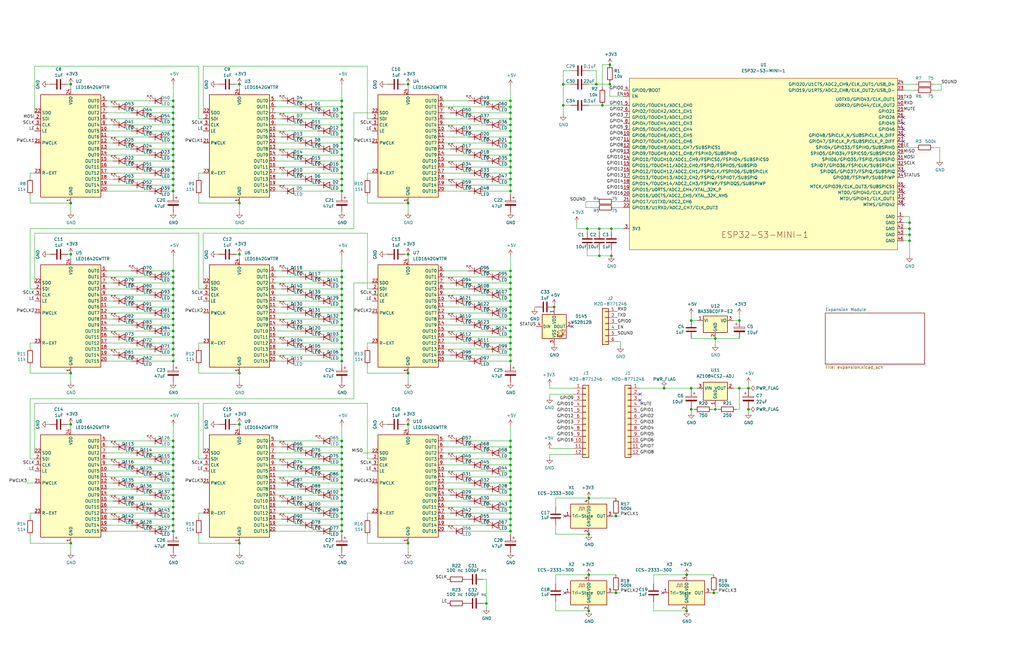
<source format=kicad_sch>
(kicad_sch (version 20211123) (generator eeschema)
  (paper "B")
  (junction (at 144.145 152.4))
  (junction (at 73.025 119.38))
  (junction (at 144.145 144.78))
  (junction (at 144.145 132.08))
  (junction (at 144.145 196.215))
  (junction (at 100.965 229.235))
  (junction (at 205.105 254.635))
  (junction (at 73.025 62.865))
  (junction (at 144.145 78.105))
  (junction (at 144.145 62.865))
  (junction (at 73.025 42.545))
  (junction (at 215.265 52.705))
  (junction (at 29.845 107.315))
  (junction (at 73.025 216.535))
  (junction (at 144.145 67.945))
  (junction (at 144.145 188.595))
  (junction (at 144.145 60.325))
  (junction (at 73.025 60.325))
  (junction (at 73.025 201.295))
  (junction (at 144.145 47.625))
  (junction (at 215.265 80.645))
  (junction (at 259.715 250.19))
  (junction (at 215.265 124.46))
  (junction (at 257.81 107.95))
  (junction (at 144.145 191.135))
  (junction (at 100.965 107.315))
  (junction (at 215.265 198.755))
  (junction (at 172.085 35.56))
  (junction (at 73.025 80.645))
  (junction (at 73.025 127))
  (junction (at 144.145 219.075))
  (junction (at 144.145 221.615))
  (junction (at 215.265 139.7))
  (junction (at 144.145 208.915))
  (junction (at 29.845 179.07))
  (junction (at 73.025 116.84))
  (junction (at 29.845 157.48))
  (junction (at 215.265 208.915))
  (junction (at 215.265 119.38))
  (junction (at 73.025 45.085))
  (junction (at 73.025 144.78))
  (junction (at 215.265 203.835))
  (junction (at 215.265 65.405))
  (junction (at 215.265 55.245))
  (junction (at 29.845 35.56))
  (junction (at 73.025 224.155))
  (junction (at 215.265 60.325))
  (junction (at 144.145 137.16))
  (junction (at 248.285 257.81))
  (junction (at 215.265 206.375))
  (junction (at 144.145 57.785))
  (junction (at 144.145 206.375))
  (junction (at 215.265 186.055))
  (junction (at 73.025 70.485))
  (junction (at 215.265 211.455))
  (junction (at 100.965 179.07))
  (junction (at 383.54 101.6))
  (junction (at 73.025 78.105))
  (junction (at 301.625 142.875))
  (junction (at 289.56 257.81))
  (junction (at 73.025 206.375))
  (junction (at 172.085 107.315))
  (junction (at 300.99 250.19))
  (junction (at 215.265 147.32))
  (junction (at 248.285 225.425))
  (junction (at 73.025 213.995))
  (junction (at 73.025 134.62))
  (junction (at 259.715 217.805))
  (junction (at 215.265 188.595))
  (junction (at 215.265 221.615))
  (junction (at 215.265 196.215))
  (junction (at 172.085 157.48))
  (junction (at 215.265 149.86))
  (junction (at 73.025 147.32))
  (junction (at 291.465 135.255))
  (junction (at 215.265 132.08))
  (junction (at 144.145 129.54))
  (junction (at 215.265 73.025))
  (junction (at 254 44.45))
  (junction (at 144.145 114.3))
  (junction (at 73.025 193.675))
  (junction (at 73.025 149.86))
  (junction (at 215.265 193.675))
  (junction (at 215.265 191.135))
  (junction (at 73.025 67.945))
  (junction (at 172.085 179.07))
  (junction (at 215.265 70.485))
  (junction (at 144.145 224.155))
  (junction (at 144.145 201.295))
  (junction (at 315.595 172.72))
  (junction (at 215.265 152.4))
  (junction (at 215.265 142.24))
  (junction (at 144.145 50.165))
  (junction (at 301.625 172.72))
  (junction (at 144.145 203.835))
  (junction (at 311.785 135.255))
  (junction (at 144.145 213.995))
  (junction (at 215.265 219.075))
  (junction (at 100.965 35.56))
  (junction (at 215.265 137.16))
  (junction (at 144.145 147.32))
  (junction (at 144.145 80.645))
  (junction (at 257.175 27.305))
  (junction (at 73.025 186.055))
  (junction (at 311.785 163.83))
  (junction (at 215.265 62.865))
  (junction (at 215.265 57.785))
  (junction (at 73.025 52.705))
  (junction (at 73.025 129.54))
  (junction (at 215.265 216.535))
  (junction (at 289.56 242.57))
  (junction (at 144.145 52.705))
  (junction (at 215.265 213.995))
  (junction (at 73.025 219.075))
  (junction (at 144.145 121.92))
  (junction (at 144.145 75.565))
  (junction (at 73.025 152.4))
  (junction (at 144.145 45.085))
  (junction (at 172.085 85.725))
  (junction (at 73.025 55.245))
  (junction (at 215.265 75.565))
  (junction (at 215.265 127))
  (junction (at 144.145 73.025))
  (junction (at 144.145 124.46))
  (junction (at 215.265 78.105))
  (junction (at 73.025 132.08))
  (junction (at 252.73 107.95))
  (junction (at 215.265 129.54))
  (junction (at 144.145 216.535))
  (junction (at 251.46 35.56))
  (junction (at 215.265 224.155))
  (junction (at 29.845 229.235))
  (junction (at 383.54 93.98))
  (junction (at 144.145 186.055))
  (junction (at 215.265 45.085))
  (junction (at 144.145 116.84))
  (junction (at 73.025 114.3))
  (junction (at 29.845 85.725))
  (junction (at 215.265 201.295))
  (junction (at 257.81 96.52))
  (junction (at 215.265 121.92))
  (junction (at 215.265 114.3))
  (junction (at 257.175 35.56))
  (junction (at 172.085 229.235))
  (junction (at 73.025 121.92))
  (junction (at 247.65 96.52))
  (junction (at 73.025 203.835))
  (junction (at 73.025 139.7))
  (junction (at 215.265 116.84))
  (junction (at 73.025 73.025))
  (junction (at 73.025 142.24))
  (junction (at 291.465 172.72))
  (junction (at 100.965 157.48))
  (junction (at 252.73 96.52))
  (junction (at 248.285 210.185))
  (junction (at 73.025 50.165))
  (junction (at 144.145 65.405))
  (junction (at 315.595 163.83))
  (junction (at 73.025 137.16))
  (junction (at 144.145 139.7))
  (junction (at 73.025 191.135))
  (junction (at 215.265 144.78))
  (junction (at 248.285 242.57))
  (junction (at 383.54 96.52))
  (junction (at 100.965 85.725))
  (junction (at 73.025 188.595))
  (junction (at 144.145 198.755))
  (junction (at 144.145 70.485))
  (junction (at 237.49 44.45))
  (junction (at 144.145 42.545))
  (junction (at 144.145 211.455))
  (junction (at 73.025 196.215))
  (junction (at 233.68 129.54))
  (junction (at 73.025 75.565))
  (junction (at 215.265 42.545))
  (junction (at 73.025 124.46))
  (junction (at 144.145 134.62))
  (junction (at 144.145 149.86))
  (junction (at 73.025 65.405))
  (junction (at 73.025 198.755))
  (junction (at 144.145 55.245))
  (junction (at 144.145 127))
  (junction (at 144.145 193.675))
  (junction (at 291.465 163.83))
  (junction (at 144.145 142.24))
  (junction (at 215.265 50.165))
  (junction (at 383.54 99.06))
  (junction (at 144.145 119.38))
  (junction (at 73.025 211.455))
  (junction (at 215.265 47.625))
  (junction (at 215.265 67.945))
  (junction (at 215.265 134.62))
  (junction (at 73.025 57.785))
  (junction (at 73.025 47.625))
  (junction (at 237.49 35.56))
  (junction (at 280.035 163.83))
  (junction (at 73.025 208.915))
  (junction (at 73.025 221.615))
  (no_connect (at 269.875 166.37))
  (no_connect (at 269.875 168.91))
  (no_connect (at 381 83.82))
  (no_connect (at 381 81.28))
  (no_connect (at 381 78.74))
  (no_connect (at 381 86.36))
  (no_connect (at 381 72.39))
  (no_connect (at 381 49.53))
  (no_connect (at 381 52.07))
  (no_connect (at 381 54.61))
  (no_connect (at 381 57.15))
  (no_connect (at 381 59.69))
  (no_connect (at 238.125 250.19))
  (no_connect (at 241.3 137.795))
  (no_connect (at 238.125 217.805))
  (no_connect (at 279.4 250.19))
  (wire (pts (xy 116.205 139.7) (xy 126.365 139.7)))
  (wire (pts (xy 12.7 146.685) (xy 12.7 144.78)))
  (wire (pts (xy 73.025 62.865) (xy 62.865 62.865)))
  (wire (pts (xy 73.025 127) (xy 55.245 127)))
  (wire (pts (xy 237.49 35.56) (xy 237.49 44.45)))
  (wire (pts (xy 45.085 139.7) (xy 62.865 139.7)))
  (wire (pts (xy 45.085 221.615) (xy 55.245 221.615)))
  (wire (pts (xy 215.265 121.92) (xy 205.105 121.92)))
  (wire (pts (xy 215.265 50.165) (xy 215.265 52.705)))
  (wire (pts (xy 215.265 219.075) (xy 215.265 221.615)))
  (wire (pts (xy 248.285 257.81) (xy 234.315 257.81)))
  (wire (pts (xy 215.265 132.08) (xy 215.265 134.62)))
  (wire (pts (xy 73.025 186.055) (xy 73.025 188.595)))
  (wire (pts (xy 73.025 142.24) (xy 73.025 144.78)))
  (wire (pts (xy 291.465 135.255) (xy 294.005 135.255)))
  (wire (pts (xy 187.325 57.785) (xy 197.485 57.785)))
  (wire (pts (xy 215.265 70.485) (xy 215.265 73.025)))
  (wire (pts (xy 73.025 70.485) (xy 62.865 70.485)))
  (wire (pts (xy 144.145 129.54) (xy 144.145 132.08)))
  (wire (pts (xy 100.965 179.07) (xy 100.965 180.975)))
  (wire (pts (xy 215.265 221.615) (xy 215.265 224.155)))
  (wire (pts (xy 215.265 206.375) (xy 215.265 208.915)))
  (wire (pts (xy 252.73 107.95) (xy 257.81 107.95)))
  (wire (pts (xy 73.025 219.075) (xy 73.025 221.615)))
  (wire (pts (xy 289.56 242.57) (xy 300.99 242.57)))
  (wire (pts (xy 234.315 225.425) (xy 234.315 221.615)))
  (wire (pts (xy 73.025 191.135) (xy 73.025 193.675)))
  (wire (pts (xy 154.94 218.44) (xy 154.94 216.535)))
  (wire (pts (xy 83.82 146.685) (xy 83.82 144.78)))
  (wire (pts (xy 187.325 206.375) (xy 205.105 206.375)))
  (wire (pts (xy 215.265 127) (xy 215.265 129.54)))
  (wire (pts (xy 240.665 29.845) (xy 237.49 29.845)))
  (wire (pts (xy 172.085 107.315) (xy 172.085 109.22)))
  (wire (pts (xy 187.325 50.165) (xy 197.485 50.165)))
  (wire (pts (xy 215.265 50.165) (xy 205.105 50.165)))
  (wire (pts (xy 381 93.98) (xy 383.54 93.98)))
  (wire (pts (xy 73.025 57.785) (xy 73.025 60.325)))
  (wire (pts (xy 259.715 250.19) (xy 261.62 250.19)))
  (wire (pts (xy 28.575 179.07) (xy 29.845 179.07)))
  (wire (pts (xy 45.085 129.54) (xy 55.245 129.54)))
  (wire (pts (xy 154.94 154.305) (xy 154.94 157.48)))
  (wire (pts (xy 73.025 75.565) (xy 73.025 78.105)))
  (wire (pts (xy 215.265 147.32) (xy 215.265 149.86)))
  (wire (pts (xy 197.485 62.865) (xy 215.265 62.865)))
  (wire (pts (xy 215.265 47.625) (xy 197.485 47.625)))
  (wire (pts (xy 73.025 219.075) (xy 55.245 219.075)))
  (wire (pts (xy 144.145 221.615) (xy 133.985 221.615)))
  (wire (pts (xy 45.085 62.865) (xy 55.245 62.865)))
  (wire (pts (xy 73.025 70.485) (xy 73.025 73.025)))
  (wire (pts (xy 73.025 50.165) (xy 70.485 50.165)))
  (wire (pts (xy 83.82 157.48) (xy 100.965 157.48)))
  (wire (pts (xy 315.595 172.72) (xy 315.595 173.99)))
  (wire (pts (xy 215.265 211.455) (xy 215.265 213.995)))
  (wire (pts (xy 215.265 45.085) (xy 215.265 47.625)))
  (wire (pts (xy 187.325 114.3) (xy 197.485 114.3)))
  (wire (pts (xy 116.205 127) (xy 133.985 127)))
  (wire (pts (xy 215.265 196.215) (xy 205.105 196.215)))
  (wire (pts (xy 73.025 198.755) (xy 73.025 201.295)))
  (wire (pts (xy 300.355 172.72) (xy 301.625 172.72)))
  (wire (pts (xy 215.265 52.705) (xy 212.725 52.705)))
  (wire (pts (xy 215.265 73.025) (xy 205.105 73.025)))
  (wire (pts (xy 258.445 217.805) (xy 259.715 217.805)))
  (wire (pts (xy 381 35.56) (xy 386.08 35.56)))
  (wire (pts (xy 12.7 157.48) (xy 29.845 157.48)))
  (wire (pts (xy 144.145 147.32) (xy 144.145 149.86)))
  (wire (pts (xy 170.815 35.56) (xy 172.085 35.56)))
  (wire (pts (xy 215.265 75.565) (xy 215.265 78.105)))
  (wire (pts (xy 73.025 65.405) (xy 73.025 67.945)))
  (wire (pts (xy 144.145 50.165) (xy 144.145 52.705)))
  (wire (pts (xy 187.325 201.295) (xy 189.865 201.295)))
  (wire (pts (xy 144.145 134.62) (xy 141.605 134.62)))
  (wire (pts (xy 144.145 216.535) (xy 141.605 216.535)))
  (wire (pts (xy 144.145 142.24) (xy 144.145 144.78)))
  (wire (pts (xy 241.935 166.37) (xy 231.775 166.37)))
  (wire (pts (xy 215.265 52.705) (xy 215.265 55.245)))
  (wire (pts (xy 45.085 188.595) (xy 47.625 188.595)))
  (wire (pts (xy 12.7 121.92) (xy 14.605 121.92)))
  (wire (pts (xy 126.365 152.4) (xy 144.145 152.4)))
  (wire (pts (xy 383.54 93.98) (xy 383.54 91.44)))
  (wire (pts (xy 215.265 144.78) (xy 205.105 144.78)))
  (wire (pts (xy 144.145 137.16) (xy 126.365 137.16)))
  (wire (pts (xy 73.025 129.54) (xy 73.025 132.08)))
  (wire (pts (xy 225.425 129.54) (xy 226.06 129.54)))
  (wire (pts (xy 144.145 142.24) (xy 141.605 142.24)))
  (wire (pts (xy 73.025 67.945) (xy 55.245 67.945)))
  (wire (pts (xy 45.085 65.405) (xy 62.865 65.405)))
  (wire (pts (xy 144.145 147.32) (xy 133.985 147.32)))
  (wire (pts (xy 45.085 216.535) (xy 62.865 216.535)))
  (wire (pts (xy 144.145 107.95) (xy 144.145 114.3)))
  (wire (pts (xy 73.025 188.595) (xy 55.245 188.595)))
  (wire (pts (xy 237.49 29.845) (xy 237.49 35.56)))
  (wire (pts (xy 383.54 91.44) (xy 381 91.44)))
  (wire (pts (xy 205.105 244.475) (xy 205.105 254.635)))
  (wire (pts (xy 116.205 121.92) (xy 118.745 121.92)))
  (wire (pts (xy 315.595 163.83) (xy 315.595 161.925)))
  (wire (pts (xy 393.7 38.1) (xy 396.875 38.1)))
  (wire (pts (xy 215.265 186.055) (xy 215.265 188.595)))
  (wire (pts (xy 116.205 52.705) (xy 126.365 52.705)))
  (wire (pts (xy 187.325 208.915) (xy 189.865 208.915)))
  (wire (pts (xy 144.145 67.945) (xy 144.145 70.485)))
  (wire (pts (xy 126.365 132.08) (xy 116.205 132.08)))
  (wire (pts (xy 187.325 137.16) (xy 197.485 137.16)))
  (wire (pts (xy 73.025 147.32) (xy 70.485 147.32)))
  (wire (pts (xy 116.205 147.32) (xy 126.365 147.32)))
  (wire (pts (xy 73.025 198.755) (xy 62.865 198.755)))
  (wire (pts (xy 73.025 129.54) (xy 62.865 129.54)))
  (wire (pts (xy 144.145 132.08) (xy 144.145 134.62)))
  (wire (pts (xy 45.085 42.545) (xy 62.865 42.545)))
  (wire (pts (xy 215.265 114.3) (xy 215.265 116.84)))
  (wire (pts (xy 215.265 45.085) (xy 212.725 45.085)))
  (wire (pts (xy 301.625 145.415) (xy 301.625 142.875)))
  (wire (pts (xy 144.145 45.085) (xy 144.145 47.625)))
  (wire (pts (xy 187.325 221.615) (xy 205.105 221.615)))
  (wire (pts (xy 144.145 127) (xy 141.605 127)))
  (wire (pts (xy 73.025 193.675) (xy 73.025 196.215)))
  (wire (pts (xy 116.205 116.84) (xy 126.365 116.84)))
  (wire (pts (xy 73.025 52.705) (xy 55.245 52.705)))
  (wire (pts (xy 73.025 75.565) (xy 55.245 75.565)))
  (wire (pts (xy 116.205 188.595) (xy 118.745 188.595)))
  (wire (pts (xy 275.59 257.81) (xy 275.59 254)))
  (wire (pts (xy 247.015 87.63) (xy 251.46 87.63)))
  (wire (pts (xy 269.875 163.83) (xy 280.035 163.83)))
  (wire (pts (xy 12.7 216.535) (xy 14.605 216.535)))
  (wire (pts (xy 70.485 132.08) (xy 73.025 132.08)))
  (wire (pts (xy 116.205 219.075) (xy 118.745 219.075)))
  (wire (pts (xy 144.145 52.705) (xy 133.985 52.705)))
  (wire (pts (xy 215.265 124.46) (xy 215.265 127)))
  (wire (pts (xy 254 27.305) (xy 257.175 27.305)))
  (wire (pts (xy 154.94 216.535) (xy 156.845 216.535)))
  (wire (pts (xy 20.32 179.07) (xy 20.955 179.07)))
  (wire (pts (xy 73.025 137.16) (xy 62.865 137.16)))
  (wire (pts (xy 73.025 193.675) (xy 70.485 193.675)))
  (wire (pts (xy 144.145 211.455) (xy 126.365 211.455)))
  (wire (pts (xy 144.145 52.705) (xy 144.145 55.245)))
  (wire (pts (xy 215.265 47.625) (xy 215.265 50.165)))
  (wire (pts (xy 144.145 149.86) (xy 144.145 152.4)))
  (wire (pts (xy 383.54 96.52) (xy 383.54 93.98)))
  (wire (pts (xy 275.59 242.57) (xy 289.56 242.57)))
  (wire (pts (xy 144.145 213.995) (xy 133.985 213.995)))
  (wire (pts (xy 116.205 42.545) (xy 118.745 42.545)))
  (wire (pts (xy 259.08 85.09) (xy 262.89 85.09)))
  (wire (pts (xy 118.745 129.54) (xy 116.205 129.54)))
  (wire (pts (xy 45.085 124.46) (xy 62.865 124.46)))
  (wire (pts (xy 45.085 60.325) (xy 47.625 60.325)))
  (wire (pts (xy 215.265 65.405) (xy 205.105 65.405)))
  (wire (pts (xy 257.175 40.64) (xy 262.89 40.64)))
  (wire (pts (xy 275.59 246.38) (xy 275.59 242.57)))
  (wire (pts (xy 172.085 85.725) (xy 172.085 89.535)))
  (wire (pts (xy 45.085 45.085) (xy 47.625 45.085)))
  (wire (pts (xy 205.105 254.635) (xy 205.105 256.54)))
  (wire (pts (xy 396.24 62.23) (xy 393.7 62.23)))
  (wire (pts (xy 154.94 98.425) (xy 154.94 121.92)))
  (wire (pts (xy 45.085 147.32) (xy 62.865 147.32)))
  (wire (pts (xy 73.025 221.615) (xy 62.865 221.615)))
  (wire (pts (xy 73.025 216.535) (xy 73.025 219.075)))
  (wire (pts (xy 187.325 193.675) (xy 189.865 193.675)))
  (wire (pts (xy 83.82 226.06) (xy 83.82 229.235)))
  (wire (pts (xy 116.205 137.16) (xy 118.745 137.16)))
  (wire (pts (xy 247.015 85.09) (xy 251.46 85.09)))
  (wire (pts (xy 241.935 189.23) (xy 231.775 189.23)))
  (wire (pts (xy 311.785 163.83) (xy 315.595 163.83)))
  (wire (pts (xy 29.845 35.56) (xy 29.845 37.465)))
  (wire (pts (xy 144.145 119.38) (xy 141.605 119.38)))
  (wire (pts (xy 144.145 191.135) (xy 133.985 191.135)))
  (wire (pts (xy 212.725 206.375) (xy 215.265 206.375)))
  (wire (pts (xy 144.145 65.405) (xy 144.145 67.945)))
  (wire (pts (xy 14.605 119.38) (xy 14.605 98.425)))
  (wire (pts (xy 383.54 99.06) (xy 383.54 96.52)))
  (wire (pts (xy 73.025 211.455) (xy 55.245 211.455)))
  (wire (pts (xy 215.265 80.645) (xy 205.105 80.645)))
  (wire (pts (xy 73.025 42.545) (xy 73.025 45.085)))
  (wire (pts (xy 116.205 142.24) (xy 133.985 142.24)))
  (wire (pts (xy 100.965 229.235) (xy 100.965 233.045)))
  (wire (pts (xy 144.145 188.595) (xy 144.145 191.135)))
  (wire (pts (xy 154.94 27.94) (xy 154.94 50.165)))
  (wire (pts (xy 144.145 116.84) (xy 133.985 116.84)))
  (wire (pts (xy 83.82 216.535) (xy 85.725 216.535)))
  (wire (pts (xy 187.325 129.54) (xy 197.485 129.54)))
  (wire (pts (xy 116.205 65.405) (xy 118.745 65.405)))
  (wire (pts (xy 162.56 35.56) (xy 163.195 35.56)))
  (wire (pts (xy 45.085 211.455) (xy 47.625 211.455)))
  (wire (pts (xy 315.595 163.83) (xy 315.595 164.465)))
  (wire (pts (xy 149.225 96.52) (xy 12.7 96.52)))
  (wire (pts (xy 170.815 107.315) (xy 172.085 107.315)))
  (wire (pts (xy 73.025 78.105) (xy 62.865 78.105)))
  (wire (pts (xy 215.265 152.4) (xy 205.105 152.4)))
  (wire (pts (xy 85.725 170.18) (xy 154.94 170.18)))
  (wire (pts (xy 144.145 208.915) (xy 141.605 208.915)))
  (wire (pts (xy 396.875 38.1) (xy 396.875 35.56)))
  (wire (pts (xy 212.725 198.755) (xy 215.265 198.755)))
  (wire (pts (xy 248.285 242.57) (xy 259.715 242.57)))
  (wire (pts (xy 215.265 119.38) (xy 197.485 119.38)))
  (wire (pts (xy 215.265 211.455) (xy 205.105 211.455)))
  (wire (pts (xy 91.44 107.315) (xy 92.075 107.315)))
  (wire (pts (xy 215.265 203.835) (xy 205.105 203.835)))
  (wire (pts (xy 14.605 98.425) (xy 83.82 98.425)))
  (wire (pts (xy 154.94 121.92) (xy 156.845 121.92)))
  (wire (pts (xy 149.225 47.625) (xy 149.225 96.52)))
  (wire (pts (xy 144.145 62.865) (xy 144.145 65.405)))
  (wire (pts (xy 215.265 139.7) (xy 212.725 139.7)))
  (wire (pts (xy 116.205 144.78) (xy 118.745 144.78)))
  (wire (pts (xy 73.025 147.32) (xy 73.025 149.86)))
  (wire (pts (xy 234.315 242.57) (xy 248.285 242.57)))
  (wire (pts (xy 116.205 67.945) (xy 126.365 67.945)))
  (wire (pts (xy 215.265 193.675) (xy 215.265 196.215)))
  (wire (pts (xy 73.025 119.38) (xy 73.025 121.92)))
  (wire (pts (xy 237.49 44.45) (xy 237.49 48.26)))
  (wire (pts (xy 310.515 172.72) (xy 311.785 172.72)))
  (wire (pts (xy 45.085 55.245) (xy 55.245 55.245)))
  (wire (pts (xy 291.465 163.83) (xy 294.005 163.83)))
  (wire (pts (xy 73.025 121.92) (xy 62.865 121.92)))
  (wire (pts (xy 116.205 73.025) (xy 118.745 73.025)))
  (wire (pts (xy 215.265 124.46) (xy 212.725 124.46)))
  (wire (pts (xy 215.265 208.915) (xy 197.485 208.915)))
  (wire (pts (xy 212.725 191.135) (xy 215.265 191.135)))
  (wire (pts (xy 73.025 121.92) (xy 73.025 124.46)))
  (wire (pts (xy 225.425 130.175) (xy 225.425 129.54)))
  (wire (pts (xy 237.49 44.45) (xy 240.665 44.45)))
  (wire (pts (xy 154.94 157.48) (xy 172.085 157.48)))
  (wire (pts (xy 187.325 216.535) (xy 189.865 216.535)))
  (wire (pts (xy 311.785 142.875) (xy 301.625 142.875)))
  (wire (pts (xy 28.575 107.315) (xy 29.845 107.315)))
  (wire (pts (xy 85.725 119.38) (xy 85.725 98.425)))
  (wire (pts (xy 254 36.83) (xy 254 27.305)))
  (wire (pts (xy 215.265 129.54) (xy 215.265 132.08)))
  (wire (pts (xy 73.025 45.085) (xy 73.025 47.625)))
  (wire (pts (xy 144.145 55.245) (xy 144.145 57.785)))
  (wire (pts (xy 73.025 124.46) (xy 73.025 127)))
  (wire (pts (xy 172.085 179.07) (xy 172.085 180.975)))
  (wire (pts (xy 45.085 224.155) (xy 62.865 224.155)))
  (wire (pts (xy 215.265 191.135) (xy 215.265 193.675)))
  (wire (pts (xy 251.46 35.56) (xy 257.175 35.56)))
  (wire (pts (xy 73.025 35.56) (xy 73.025 42.545)))
  (wire (pts (xy 172.085 157.48) (xy 172.085 161.29)))
  (wire (pts (xy 144.145 144.78) (xy 126.365 144.78)))
  (wire (pts (xy 85.725 27.94) (xy 154.94 27.94)))
  (wire (pts (xy 154.94 170.18) (xy 154.94 193.675)))
  (wire (pts (xy 144.145 196.215) (xy 126.365 196.215)))
  (wire (pts (xy 291.465 142.875) (xy 301.625 142.875)))
  (wire (pts (xy 144.145 149.86) (xy 141.605 149.86)))
  (wire (pts (xy 45.085 191.135) (xy 55.245 191.135)))
  (wire (pts (xy 144.145 75.565) (xy 144.145 78.105)))
  (wire (pts (xy 309.245 135.255) (xy 311.785 135.255)))
  (wire (pts (xy 144.145 152.4) (xy 144.145 153.67)))
  (wire (pts (xy 154.94 229.235) (xy 172.085 229.235)))
  (wire (pts (xy 144.145 47.625) (xy 144.145 50.165)))
  (wire (pts (xy 215.265 73.025) (xy 215.265 75.565)))
  (wire (pts (xy 73.025 107.95) (xy 73.025 114.3)))
  (wire (pts (xy 85.725 27.94) (xy 85.725 47.625)))
  (wire (pts (xy 85.725 98.425) (xy 154.94 98.425)))
  (wire (pts (xy 215.265 119.38) (xy 215.265 121.92)))
  (wire (pts (xy 383.54 101.6) (xy 383.54 99.06)))
  (wire (pts (xy 73.025 60.325) (xy 55.245 60.325)))
  (wire (pts (xy 141.605 78.105) (xy 144.145 78.105)))
  (wire (pts (xy 83.82 85.725) (xy 100.965 85.725)))
  (wire (pts (xy 291.465 172.72) (xy 292.735 172.72)))
  (wire (pts (xy 144.145 219.075) (xy 126.365 219.075)))
  (wire (pts (xy 187.325 144.78) (xy 197.485 144.78)))
  (wire (pts (xy 215.265 137.16) (xy 215.265 139.7)))
  (wire (pts (xy 144.145 191.135) (xy 144.145 193.675)))
  (wire (pts (xy 12.7 193.675) (xy 14.605 193.675)))
  (wire (pts (xy 257.81 105.41) (xy 257.81 107.95)))
  (wire (pts (xy 381 101.6) (xy 383.54 101.6)))
  (wire (pts (xy 215.265 224.155) (xy 197.485 224.155)))
  (wire (pts (xy 116.205 198.755) (xy 126.365 198.755)))
  (wire (pts (xy 144.145 80.645) (xy 126.365 80.645)))
  (wire (pts (xy 73.025 221.615) (xy 73.025 224.155)))
  (wire (pts (xy 144.145 57.785) (xy 126.365 57.785)))
  (wire (pts (xy 144.145 186.055) (xy 144.145 188.595)))
  (wire (pts (xy 116.205 221.615) (xy 126.365 221.615)))
  (wire (pts (xy 215.265 203.835) (xy 215.265 206.375)))
  (wire (pts (xy 149.225 168.275) (xy 12.7 168.275)))
  (wire (pts (xy 144.145 206.375) (xy 133.985 206.375)))
  (wire (pts (xy 73.025 203.835) (xy 73.025 206.375)))
  (wire (pts (xy 233.68 128.905) (xy 233.68 129.54)))
  (wire (pts (xy 144.145 80.645) (xy 144.145 81.915)))
  (wire (pts (xy 215.265 75.565) (xy 212.725 75.565)))
  (wire (pts (xy 215.265 139.7) (xy 215.265 142.24)))
  (wire (pts (xy 73.025 47.625) (xy 62.865 47.625)))
  (wire (pts (xy 215.265 152.4) (xy 215.265 153.67)))
  (wire (pts (xy 172.085 35.56) (xy 172.085 37.465)))
  (wire (pts (xy 144.145 201.295) (xy 141.605 201.295)))
  (wire (pts (xy 381 99.06) (xy 383.54 99.06)))
  (wire (pts (xy 144.145 121.92) (xy 144.145 124.46)))
  (wire (pts (xy 144.145 65.405) (xy 126.365 65.405)))
  (wire (pts (xy 99.695 35.56) (xy 100.965 35.56)))
  (wire (pts (xy 144.145 127) (xy 144.145 129.54)))
  (wire (pts (xy 243.205 96.52) (xy 247.65 96.52)))
  (wire (pts (xy 73.025 116.84) (xy 73.025 119.38)))
  (wire (pts (xy 144.145 42.545) (xy 126.365 42.545)))
  (wire (pts (xy 116.205 191.135) (xy 126.365 191.135)))
  (wire (pts (xy 231.775 162.56) (xy 231.775 163.83)))
  (wire (pts (xy 291.465 132.715) (xy 291.465 135.255)))
  (wire (pts (xy 83.82 50.165) (xy 85.725 50.165)))
  (wire (pts (xy 116.205 60.325) (xy 126.365 60.325)))
  (wire (pts (xy 247.65 107.95) (xy 252.73 107.95)))
  (wire (pts (xy 154.94 73.025) (xy 156.845 73.025)))
  (wire (pts (xy 73.025 211.455) (xy 73.025 213.995)))
  (wire (pts (xy 257.81 96.52) (xy 262.89 96.52)))
  (wire (pts (xy 187.325 191.135) (xy 205.105 191.135)))
  (wire (pts (xy 215.265 80.645) (xy 215.265 81.915)))
  (wire (pts (xy 215.265 65.405) (xy 215.265 67.945)))
  (wire (pts (xy 291.465 172.085) (xy 291.465 172.72)))
  (wire (pts (xy 205.105 114.3) (xy 215.265 114.3)))
  (wire (pts (xy 141.605 62.865) (xy 144.145 62.865)))
  (wire (pts (xy 187.325 186.055) (xy 189.865 186.055)))
  (wire (pts (xy 187.325 213.995) (xy 205.105 213.995)))
  (wire (pts (xy 116.205 55.245) (xy 133.985 55.245)))
  (wire (pts (xy 45.085 144.78) (xy 55.245 144.78)))
  (wire (pts (xy 187.325 196.215) (xy 197.485 196.215)))
  (wire (pts (xy 45.085 142.24) (xy 47.625 142.24)))
  (wire (pts (xy 215.265 78.105) (xy 215.265 80.645)))
  (wire (pts (xy 241.935 163.83) (xy 231.775 163.83)))
  (wire (pts (xy 187.325 127) (xy 189.865 127)))
  (wire (pts (xy 116.205 208.915) (xy 133.985 208.915)))
  (wire (pts (xy 73.025 224.155) (xy 70.485 224.155)))
  (wire (pts (xy 215.265 149.86) (xy 215.265 152.4)))
  (wire (pts (xy 12.7 226.06) (xy 12.7 229.235)))
  (wire (pts (xy 73.025 152.4) (xy 73.025 153.67)))
  (wire (pts (xy 257.175 35.56) (xy 257.175 40.64)))
  (wire (pts (xy 45.085 50.165) (xy 62.865 50.165)))
  (wire (pts (xy 215.265 36.195) (xy 215.265 42.545)))
  (wire (pts (xy 215.265 55.245) (xy 215.265 57.785)))
  (wire (pts (xy 14.605 170.18) (xy 83.82 170.18)))
  (wire (pts (xy 234.315 210.185) (xy 248.285 210.185)))
  (wire (pts (xy 144.145 132.08) (xy 133.985 132.08)))
  (wire (pts (xy 83.82 144.78) (xy 85.725 144.78)))
  (wire (pts (xy 261.62 146.05) (xy 261.62 144.145)))
  (wire (pts (xy 73.025 57.785) (xy 70.485 57.785)))
  (wire (pts (xy 73.025 124.46) (xy 70.485 124.46)))
  (wire (pts (xy 187.325 52.705) (xy 205.105 52.705)))
  (wire (pts (xy 154.94 50.165) (xy 156.845 50.165)))
  (wire (pts (xy 73.025 144.78) (xy 62.865 144.78)))
  (wire (pts (xy 252.73 96.52) (xy 257.81 96.52)))
  (wire (pts (xy 241.935 191.77) (xy 231.775 191.77)))
  (wire (pts (xy 301.625 172.72) (xy 302.895 172.72)))
  (wire (pts (xy 116.205 152.4) (xy 118.745 152.4)))
  (wire (pts (xy 45.085 208.915) (xy 62.865 208.915)))
  (wire (pts (xy 291.465 172.72) (xy 291.465 173.99)))
  (wire (pts (xy 116.205 149.86) (xy 133.985 149.86)))
  (wire (pts (xy 215.265 42.545) (xy 205.105 42.545)))
  (wire (pts (xy 233.68 129.54) (xy 233.68 130.175)))
  (wire (pts (xy 73.025 139.7) (xy 70.485 139.7)))
  (wire (pts (xy 29.845 107.315) (xy 29.845 109.22)))
  (wire (pts (xy 154.94 144.78) (xy 156.845 144.78)))
  (wire (pts (xy 156.845 119.38) (xy 149.225 119.38)))
  (wire (pts (xy 144.145 129.54) (xy 126.365 129.54)))
  (wire (pts (xy 215.265 42.545) (xy 215.265 45.085)))
  (wire (pts (xy 45.085 80.645) (xy 62.865 80.645)))
  (wire (pts (xy 258.445 250.19) (xy 259.715 250.19)))
  (wire (pts (xy 144.145 219.075) (xy 144.145 221.615)))
  (wire (pts (xy 20.32 35.56) (xy 20.955 35.56)))
  (wire (pts (xy 73.025 224.155) (xy 73.025 225.425)))
  (wire (pts (xy 215.265 57.785) (xy 205.105 57.785)))
  (wire (pts (xy 154.94 82.55) (xy 154.94 85.725)))
  (wire (pts (xy 45.085 201.295) (xy 62.865 201.295)))
  (wire (pts (xy 12.7 218.44) (xy 12.7 216.535)))
  (wire (pts (xy 116.205 57.785) (xy 118.745 57.785)))
  (wire (pts (xy 73.025 78.105) (xy 73.025 80.645)))
  (wire (pts (xy 73.025 206.375) (xy 73.025 208.915)))
  (wire (pts (xy 187.325 78.105) (xy 189.865 78.105)))
  (wire (pts (xy 154.94 74.93) (xy 154.94 73.025)))
  (wire (pts (xy 73.025 208.915) (xy 73.025 211.455)))
  (wire (pts (xy 300.99 250.19) (xy 302.895 250.19)))
  (wire (pts (xy 29.845 157.48) (xy 29.845 161.29)))
  (wire (pts (xy 83.82 229.235) (xy 100.965 229.235)))
  (wire (pts (xy 144.145 216.535) (xy 144.145 219.075)))
  (wire (pts (xy 205.105 116.84) (xy 187.325 116.84)))
  (wire (pts (xy 187.325 62.865) (xy 189.865 62.865)))
  (wire (pts (xy 215.265 142.24) (xy 215.265 144.78)))
  (wire (pts (xy 144.145 42.545) (xy 144.145 45.085)))
  (wire (pts (xy 396.24 62.23) (xy 396.24 67.31)))
  (wire (pts (xy 83.82 74.93) (xy 83.82 73.025)))
  (wire (pts (xy 187.325 65.405) (xy 197.485 65.405)))
  (wire (pts (xy 215.265 208.915) (xy 215.265 211.455)))
  (wire (pts (xy 144.145 221.615) (xy 144.145 224.155)))
  (wire (pts (xy 215.265 144.78) (xy 215.265 147.32)))
  (wire (pts (xy 73.025 203.835) (xy 55.245 203.835)))
  (wire (pts (xy 73.025 55.245) (xy 62.865 55.245)))
  (wire (pts (xy 28.575 35.56) (xy 29.845 35.56)))
  (wire (pts (xy 215.265 60.325) (xy 215.265 62.865)))
  (wire (pts (xy 149.225 119.38) (xy 149.225 168.275)))
  (wire (pts (xy 73.025 50.165) (xy 73.025 52.705)))
  (wire (pts (xy 187.325 224.155) (xy 189.865 224.155)))
  (wire (pts (xy 73.025 116.84) (xy 70.485 116.84)))
  (wire (pts (xy 12.7 168.275) (xy 12.7 193.675)))
  (wire (pts (xy 299.72 250.19) (xy 300.99 250.19)))
  (wire (pts (xy 45.085 119.38) (xy 47.625 119.38)))
  (wire (pts (xy 215.265 219.075) (xy 205.105 219.075)))
  (wire (pts (xy 172.085 229.235) (xy 172.085 233.045)))
  (wire (pts (xy 311.785 135.255) (xy 311.785 132.715)))
  (wire (pts (xy 144.145 188.595) (xy 126.365 188.595)))
  (wire (pts (xy 12.7 229.235) (xy 29.845 229.235)))
  (wire (pts (xy 215.265 129.54) (xy 205.105 129.54)))
  (wire (pts (xy 141.605 47.625) (xy 144.145 47.625)))
  (wire (pts (xy 73.025 73.025) (xy 70.485 73.025)))
  (wire (pts (xy 144.145 186.055) (xy 141.605 186.055)))
  (wire (pts (xy 73.025 201.295) (xy 70.485 201.295)))
  (wire (pts (xy 215.265 132.08) (xy 212.725 132.08)))
  (wire (pts (xy 144.145 124.46) (xy 133.985 124.46)))
  (wire (pts (xy 257.81 97.79) (xy 257.81 96.52)))
  (wire (pts (xy 215.265 196.215) (xy 215.265 198.755)))
  (wire (pts (xy 73.025 127) (xy 73.025 129.54)))
  (wire (pts (xy 144.145 211.455) (xy 144.145 213.995)))
  (wire (pts (xy 144.145 121.92) (xy 126.365 121.92)))
  (wire (pts (xy 73.025 134.62) (xy 73.025 137.16)))
  (wire (pts (xy 215.265 186.055) (xy 197.485 186.055)))
  (wire (pts (xy 257.175 34.925) (xy 257.175 35.56)))
  (wire (pts (xy 187.325 198.755) (xy 205.105 198.755)))
  (wire (pts (xy 73.025 149.86) (xy 73.025 152.4)))
  (wire (pts (xy 45.085 213.995) (xy 55.245 213.995)))
  (wire (pts (xy 83.82 170.18) (xy 83.82 193.675)))
  (wire (pts (xy 116.205 45.085) (xy 126.365 45.085)))
  (wire (pts (xy 144.145 224.155) (xy 144.145 225.425)))
  (wire (pts (xy 144.145 198.755) (xy 133.985 198.755)))
  (wire (pts (xy 215.265 201.295) (xy 215.265 203.835)))
  (wire (pts (xy 116.205 196.215) (xy 118.745 196.215)))
  (wire (pts (xy 248.285 35.56) (xy 251.46 35.56)))
  (wire (pts (xy 381 62.23) (xy 386.08 62.23)))
  (wire (pts (xy 215.265 134.62) (xy 197.485 134.62)))
  (wire (pts (xy 154.94 146.685) (xy 154.94 144.78)))
  (wire (pts (xy 215.265 188.595) (xy 215.265 191.135)))
  (wire (pts (xy 237.49 35.56) (xy 240.665 35.56)))
  (wire (pts (xy 45.085 193.675) (xy 62.865 193.675)))
  (wire (pts (xy 187.325 149.86) (xy 189.865 149.86)))
  (wire (pts (xy 144.145 67.945) (xy 133.985 67.945)))
  (wire (pts (xy 187.325 80.645) (xy 197.485 80.645)))
  (wire (pts (xy 315.595 172.085) (xy 315.595 172.72)))
  (wire (pts (xy 215.265 121.92) (xy 215.265 124.46)))
  (wire (pts (xy 289.56 257.81) (xy 275.59 257.81)))
  (wire (pts (xy 252.73 105.41) (xy 252.73 107.95)))
  (wire (pts (xy 144.145 137.16) (xy 144.145 139.7)))
  (wire (pts (xy 203.835 254.635) (xy 205.105 254.635)))
  (wire (pts (xy 83.82 154.305) (xy 83.82 157.48)))
  (wire (pts (xy 83.82 121.92) (xy 85.725 121.92)))
  (wire (pts (xy 116.205 119.38) (xy 133.985 119.38)))
  (wire (pts (xy 12.7 154.305) (xy 12.7 157.48)))
  (wire (pts (xy 215.265 149.86) (xy 197.485 149.86)))
  (wire (pts (xy 156.845 47.625) (xy 149.225 47.625)))
  (wire (pts (xy 91.44 35.56) (xy 92.075 35.56)))
  (wire (pts (xy 45.085 206.375) (xy 55.245 206.375)))
  (wire (pts (xy 100.965 157.48) (xy 100.965 161.29)))
  (wire (pts (xy 45.085 75.565) (xy 47.625 75.565)))
  (wire (pts (xy 144.145 75.565) (xy 133.985 75.565)))
  (wire (pts (xy 144.145 73.025) (xy 144.145 75.565)))
  (wire (pts (xy 99.695 179.07) (xy 100.965 179.07)))
  (wire (pts (xy 144.145 144.78) (xy 144.145 147.32)))
  (wire (pts (xy 231.775 193.04) (xy 231.775 191.77)))
  (wire (pts (xy 215.265 216.535) (xy 197.485 216.535)))
  (wire (pts (xy 215.265 116.84) (xy 212.725 116.84)))
  (wire (pts (xy 187.325 219.075) (xy 197.485 219.075)))
  (wire (pts (xy 144.145 70.485) (xy 144.145 73.025)))
  (wire (pts (xy 259.715 217.805) (xy 261.62 217.805)))
  (wire (pts (xy 187.325 45.085) (xy 205.105 45.085)))
  (wire (pts (xy 203.835 244.475) (xy 205.105 244.475)))
  (wire (pts (xy 14.605 191.135) (xy 14.605 170.18)))
  (wire (pts (xy 234.315 246.38) (xy 234.315 242.57)))
  (wire (pts (xy 116.205 80.645) (xy 118.745 80.645)))
  (wire (pts (xy 215.265 57.785) (xy 215.265 60.325)))
  (wire (pts (xy 187.325 132.08) (xy 205.105 132.08)))
  (wire (pts (xy 12.7 82.55) (xy 12.7 85.725)))
  (wire (pts (xy 144.145 134.62) (xy 144.145 137.16)))
  (wire (pts (xy 73.025 142.24) (xy 55.245 142.24)))
  (wire (pts (xy 215.265 198.755) (xy 215.265 201.295)))
  (wire (pts (xy 73.025 65.405) (xy 70.485 65.405)))
  (wire (pts (xy 141.605 55.245) (xy 144.145 55.245)))
  (wire (pts (xy 45.085 134.62) (xy 47.625 134.62)))
  (wire (pts (xy 215.265 188.595) (xy 205.105 188.595)))
  (wire (pts (xy 215.265 201.295) (xy 197.485 201.295)))
  (wire (pts (xy 154.94 85.725) (xy 172.085 85.725)))
  (wire (pts (xy 162.56 107.315) (xy 163.195 107.315)))
  (wire (pts (xy 83.82 82.55) (xy 83.82 85.725)))
  (wire (pts (xy 215.265 179.705) (xy 215.265 186.055)))
  (wire (pts (xy 73.025 152.4) (xy 62.865 152.4)))
  (wire (pts (xy 116.205 224.155) (xy 133.985 224.155)))
  (wire (pts (xy 11.43 203.835) (xy 14.605 203.835)))
  (wire (pts (xy 100.965 35.56) (xy 100.965 37.465)))
  (wire (pts (xy 12.7 96.52) (xy 12.7 121.92)))
  (wire (pts (xy 187.325 42.545) (xy 197.485 42.545)))
  (wire (pts (xy 215.265 134.62) (xy 215.265 137.16)))
  (wire (pts (xy 291.465 163.83) (xy 291.465 164.465)))
  (wire (pts (xy 215.265 67.945) (xy 215.265 70.485)))
  (wire (pts (xy 45.085 57.785) (xy 62.865 57.785)))
  (wire (pts (xy 20.32 107.315) (xy 20.955 107.315)))
  (wire (pts (xy 73.025 119.38) (xy 55.245 119.38)))
  (wire (pts (xy 12.7 85.725) (xy 29.845 85.725)))
  (wire (pts (xy 309.245 163.83) (xy 311.785 163.83)))
  (wire (pts (xy 83.82 73.025) (xy 85.725 73.025)))
  (wire (pts (xy 248.285 44.45) (xy 254 44.45)))
  (wire (pts (xy 144.145 213.995) (xy 144.145 216.535)))
  (wire (pts (xy 116.205 206.375) (xy 126.365 206.375)))
  (wire (pts (xy 14.605 47.625) (xy 14.605 27.94)))
  (wire (pts (xy 73.025 201.295) (xy 73.025 203.835)))
  (wire (pts (xy 248.285 29.845) (xy 251.46 29.845)))
  (wire (pts (xy 247.65 105.41) (xy 247.65 107.95)))
  (wire (pts (xy 45.085 196.215) (xy 47.625 196.215)))
  (wire (pts (xy 187.325 142.24) (xy 189.865 142.24)))
  (wire (pts (xy 144.145 50.165) (xy 126.365 50.165)))
  (wire (pts (xy 99.695 107.315) (xy 100.965 107.315)))
  (wire (pts (xy 141.605 70.485) (xy 144.145 70.485)))
  (wire (pts (xy 116.205 47.625) (xy 133.985 47.625)))
  (wire (pts (xy 215.265 60.325) (xy 212.725 60.325)))
  (wire (pts (xy 73.025 134.62) (xy 55.245 134.62)))
  (wire (pts (xy 154.94 226.06) (xy 154.94 229.235)))
  (wire (pts (xy 45.085 52.705) (xy 47.625 52.705)))
  (wire (pts (xy 234.315 257.81) (xy 234.315 254)))
  (wire (pts (xy 144.145 124.46) (xy 144.145 127)))
  (wire (pts (xy 83.82 27.94) (xy 83.82 50.165)))
  (wire (pts (xy 215.265 216.535) (xy 215.265 219.075)))
  (wire (pts (xy 73.025 216.535) (xy 70.485 216.535)))
  (wire (pts (xy 381 96.52) (xy 383.54 96.52)))
  (wire (pts (xy 83.82 193.675) (xy 85.725 193.675)))
  (wire (pts (xy 215.265 137.16) (xy 205.105 137.16)))
  (wire (pts (xy 187.325 119.38) (xy 189.865 119.38)))
  (wire (pts (xy 187.325 47.625) (xy 189.865 47.625)))
  (wire (pts (xy 29.845 85.725) (xy 29.845 89.535)))
  (wire (pts (xy 45.085 152.4) (xy 55.245 152.4)))
  (wire (pts (xy 116.205 213.995) (xy 126.365 213.995)))
  (wire (pts (xy 144.145 114.3) (xy 126.365 114.3)))
  (wire (pts (xy 187.325 134.62) (xy 189.865 134.62)))
  (wire (pts (xy 144.145 203.835) (xy 126.365 203.835)))
  (wire (pts (xy 14.605 27.94) (xy 83.82 27.94)))
  (wire (pts (xy 144.145 139.7) (xy 133.985 139.7)))
  (wire (pts (xy 215.265 147.32) (xy 212.725 147.32)))
  (wire (pts (xy 116.205 50.165) (xy 118.745 50.165)))
  (wire (pts (xy 215.265 224.155) (xy 215.265 225.425)))
  (wire (pts (xy 45.085 114.3) (xy 55.245 114.3)))
  (wire (pts (xy 144.145 35.56) (xy 144.145 42.545)))
  (wire (pts (xy 73.025 137.16) (xy 73.025 139.7)))
  (wire (pts (xy 144.145 201.295) (xy 144.145 203.835)))
  (wire (pts (xy 73.025 196.215) (xy 73.025 198.755)))
  (wire (pts (xy 212.725 213.995) (xy 215.265 213.995)))
  (wire (pts (xy 116.205 75.565) (xy 126.365 75.565)))
  (wire (pts (xy 45.085 116.84) (xy 62.865 116.84)))
  (wire (pts (xy 116.205 124.46) (xy 126.365 124.46)))
  (wire (pts (xy 144.145 114.3) (xy 144.145 116.84)))
  (wire (pts (xy 73.025 52.705) (xy 73.025 55.245)))
  (wire (pts (xy 45.085 198.755) (xy 55.245 198.755)))
  (wire (pts (xy 45.085 47.625) (xy 55.245 47.625)))
  (wire (pts (xy 144.145 224.155) (xy 141.605 224.155)))
  (wire (pts (xy 73.025 114.3) (xy 73.025 116.84)))
  (wire (pts (xy 215.265 193.675) (xy 197.485 193.675)))
  (wire (pts (xy 144.145 60.325) (xy 133.985 60.325)))
  (wire (pts (xy 243.205 93.98) (xy 243.205 96.52)))
  (wire (pts (xy 12.7 144.78) (xy 14.605 144.78)))
  (wire (pts (xy 248.285 210.185) (xy 259.715 210.185)))
  (wire (pts (xy 215.265 62.865) (xy 215.265 65.405)))
  (wire (pts (xy 215.265 107.95) (xy 215.265 114.3)))
  (wire (pts (xy 73.025 62.865) (xy 73.025 65.405)))
  (wire (pts (xy 83.82 218.44) (xy 83.82 216.535)))
  (wire (pts (xy 154.94 193.675) (xy 156.845 193.675)))
  (wire (pts (xy 116.205 134.62) (xy 133.985 134.62)))
  (wire (pts (xy 144.145 193.675) (xy 141.605 193.675)))
  (wire (pts (xy 212.725 221.615) (xy 215.265 221.615)))
  (wire (pts (xy 73.025 42.545) (xy 70.485 42.545)))
  (wire (pts (xy 215.265 213.995) (xy 215.265 216.535)))
  (wire (pts (xy 144.145 139.7) (xy 144.145 142.24)))
  (wire (pts (xy 187.325 124.46) (xy 205.105 124.46)))
  (wire (pts (xy 73.025 149.86) (xy 55.245 149.86)))
  (wire (pts (xy 187.325 75.565) (xy 205.105 75.565)))
  (wire (pts (xy 187.325 147.32) (xy 205.105 147.32)))
  (wire (pts (xy 254 44.45) (xy 262.89 44.45)))
  (wire (pts (xy 45.085 73.025) (xy 62.865 73.025)))
  (wire (pts (xy 73.025 47.625) (xy 73.025 50.165)))
  (wire (pts (xy 144.145 179.705) (xy 144.145 186.055)))
  (wire (pts (xy 73.025 144.78) (xy 73.025 147.32)))
  (wire (pts (xy 215.265 116.84) (xy 215.265 119.38)))
  (wire (pts (xy 29.845 179.07) (xy 29.845 180.975)))
  (wire (pts (xy 73.025 60.325) (xy 73.025 62.865)))
  (wire (pts (xy 144.145 78.105) (xy 144.145 80.645)))
  (wire (pts (xy 73.025 80.645) (xy 73.025 81.915)))
  (wire (pts (xy 45.085 127) (xy 47.625 127)))
  (wire (pts (xy 73.025 80.645) (xy 70.485 80.645)))
  (wire (pts (xy 144.145 116.84) (xy 144.145 119.38)))
  (wire (pts (xy 116.205 193.675) (xy 133.985 193.675)))
  (wire (pts (xy 187.325 121.92) (xy 197.485 121.92)))
  (wire (pts (xy 73.025 73.025) (xy 73.025 75.565)))
  (wire (pts (xy 116.205 62.865) (xy 133.985 62.865)))
  (wire (pts (xy 85.725 191.135) (xy 85.725 170.18)))
  (wire (pts (xy 45.085 121.92) (xy 55.245 121.92)))
  (wire (pts (xy 73.025 213.995) (xy 73.025 216.535)))
  (wire (pts (xy 144.145 60.325) (xy 144.145 62.865)))
  (wire (pts (xy 73.025 55.245) (xy 73.025 57.785)))
  (wire (pts (xy 251.46 29.845) (xy 251.46 35.56)))
  (wire (pts (xy 247.65 97.79) (xy 247.65 96.52)))
  (wire (pts (xy 73.025 45.085) (xy 55.245 45.085)))
  (wire (pts (xy 45.085 203.835) (xy 47.625 203.835)))
  (wire (pts (xy 170.815 179.07) (xy 172.085 179.07)))
  (wire (pts (xy 45.085 132.08) (xy 62.865 132.08)))
  (wire (pts (xy 383.54 107.95) (xy 383.54 101.6)))
  (wire (pts (xy 116.205 78.105) (xy 133.985 78.105)))
  (wire (pts (xy 187.325 55.245) (xy 189.865 55.245)))
  (wire (pts (xy 187.325 139.7) (xy 205.105 139.7)))
  (wire (pts (xy 45.085 78.105) (xy 55.245 78.105)))
  (wire (pts (xy 187.325 67.945) (xy 205.105 67.945)))
  (wire (pts (xy 231.775 167.64) (xy 231.775 166.37)))
  (wire (pts (xy 144.145 203.835) (xy 144.145 206.375)))
  (wire (pts (xy 153.035 191.135) (xy 156.845 191.135)))
  (wire (pts (xy 187.325 70.485) (xy 189.865 70.485)))
  (wire (pts (xy 144.145 208.915) (xy 144.145 211.455)))
  (wire (pts (xy 144.145 206.375) (xy 144.145 208.915)))
  (wire (pts (xy 252.73 97.79) (xy 252.73 96.52)))
  (wire (pts (xy 396.875 35.56) (xy 393.7 35.56)))
  (wire (pts (xy 116.205 70.485) (xy 133.985 70.485)))
  (wire (pts (xy 116.205 201.295) (xy 133.985 201.295)))
  (wire (pts (xy 83.82 98.425) (xy 83.82 121.92)))
  (wire (pts (xy 73.025 139.7) (xy 73.025 142.24)))
  (wire (pts (xy 73.025 213.995) (xy 62.865 213.995)))
  (wire (pts (xy 144.145 119.38) (xy 144.145 121.92)))
  (wire (pts (xy 144.145 198.755) (xy 144.145 201.295)))
  (wire (pts (xy 73.025 114.3) (xy 62.865 114.3)))
  (wire (pts (xy 73.025 132.08) (xy 73.025 134.62)))
  (wire (pts (xy 45.085 70.485) (xy 55.245 70.485)))
  (wire (pts (xy 248.285 225.425) (xy 234.315 225.425)))
  (wire (pts (xy 116.205 203.835) (xy 118.745 203.835)))
  (wire (pts (xy 73.025 186.055) (xy 70.485 186.055)))
  (wire (pts (xy 73.025 188.595) (xy 73.025 191.135)))
  (wire (pts (xy 12.7 74.93) (xy 12.7 73.025)))
  (wire (pts (xy 116.205 114.3) (xy 118.745 114.3)))
  (wire (pts (xy 280.035 163.83) (xy 291.465 163.83)))
  (wire (pts (xy 247.65 96.52) (xy 252.73 96.52)))
  (wire (pts (xy 187.325 188.595) (xy 197.485 188.595)))
  (wire (pts (xy 73.025 206.375) (xy 62.865 206.375)))
  (wire (pts (xy 311.785 163.83) (xy 311.785 172.72)))
  (wire (pts (xy 301.625 171.45) (xy 301.625 172.72)))
  (wire (pts (xy 144.145 57.785) (xy 144.145 60.325)))
  (wire (pts (xy 144.145 196.215) (xy 144.145 198.755)))
  (wire (pts (xy 45.085 186.055) (xy 62.865 186.055)))
  (wire (pts (xy 247.015 85.09) (xy 247.015 87.63)))
  (wire (pts (xy 197.485 78.105) (xy 215.265 78.105)))
  (wire (pts (xy 144.145 73.025) (xy 126.365 73.025)))
  (wire (pts (xy 144.145 193.675) (xy 144.145 196.215)))
  (wire (pts (xy 29.845 229.235) (xy 29.845 233.045)))
  (wire (pts (xy 12.7 73.025) (xy 14.605 73.025)))
  (wire (pts (xy 215.265 127) (xy 197.485 127)))
  (wire (pts (xy 215.265 67.945) (xy 212.725 67.945)))
  (wire (pts (xy 73.025 191.135) (xy 62.865 191.135)))
  (wire (pts (xy 234.315 213.995) (xy 234.315 210.185)))
  (wire (pts (xy 144.145 45.085) (xy 133.985 45.085)))
  (wire (pts (xy 100.965 85.725) (xy 100.965 89.535)))
  (wire (pts (xy 215.265 142.24) (xy 197.485 142.24)))
  (wire (pts (xy 91.44 179.07) (xy 92.075 179.07)))
  (wire (pts (xy 187.325 203.835) (xy 197.485 203.835)))
  (wire (pts (xy 100.965 107.315) (xy 100.965 109.22)))
  (wire (pts (xy 116.205 216.535) (xy 133.985 216.535)))
  (wire (pts (xy 197.485 70.485) (xy 215.265 70.485)))
  (wire (pts (xy 187.325 152.4) (xy 197.485 152.4)))
  (wire (pts (xy 187.325 60.325) (xy 205.105 60.325)))
  (wire (pts (xy 187.325 211.455) (xy 197.485 211.455)))
  (wire (pts (xy 73.025 179.705) (xy 73.025 186.055)))
  (wire (pts (xy 45.085 67.945) (xy 47.625 67.945)))
  (wire (pts (xy 116.205 186.055) (xy 133.985 186.055)))
  (wire (pts (xy 73.025 196.215) (xy 55.245 196.215)))
  (wire (pts (xy 381 38.1) (xy 386.08 38.1)))
  (wire (pts (xy 162.56 179.07) (xy 163.195 179.07)))
  (wire (pts (xy 73.025 208.915) (xy 70.485 208.915)))
  (wire (pts (xy 45.085 219.075) (xy 47.625 219.075)))
  (wire (pts (xy 45.085 137.16) (xy 55.245 137.16)))
  (wire (pts (xy 73.025 67.945) (xy 73.025 70.485)))
  (wire (pts (xy 215.265 55.245) (xy 197.485 55.245)))
  (wire (pts (xy 259.08 87.63) (xy 262.89 87.63)))
  (wire (pts (xy 45.085 149.86) (xy 47.625 149.86)))
  (wire (pts (xy 261.62 144.145) (xy 260.35 144.145)))
  (wire (pts (xy 187.325 73.025) (xy 197.485 73.025)))
  (wire (pts (xy 116.205 211.455) (xy 118.745 211.455)))
  (label "SCLK" (at 85.725 196.215 180))
  (label "MOSI" (at 14.605 50.165 180))
  (label "GPIO0" (at 262.89 38.1 180))
  (label "LE" (at 381 62.23 0))
  (label "GPIO15" (at 262.89 80.01 180))
  (label "GPIO5" (at 262.89 54.61 180))
  (label "SOUND" (at 396.875 35.56 0))
  (label "TXD" (at 381 41.91 0))
  (label "MISO" (at 381 64.77 0))
  (label "GPIO12" (at 262.89 72.39 180))
  (label "GPIO13" (at 262.89 74.93 180))
  (label "MOSI" (at 381 67.31 0))
  (label "PWCLK3" (at 11.43 203.835 180))
  (label "GPIO4" (at 269.875 181.61 0))
  (label "GPIO14" (at 241.935 181.61 180))
  (label "GPIO8" (at 269.875 191.77 0))
  (label "LE" (at 156.845 55.245 180))
  (label "GPIO12" (at 241.935 176.53 180))
  (label "PWCLK1" (at 85.725 60.325 180))
  (label "GPIO16" (at 241.935 186.69 180))
  (label "GPIO15" (at 241.935 184.15 180))
  (label "GPIO3" (at 269.875 179.07 0))
  (label "GPIO14" (at 262.89 77.47 180))
  (label "SCLK" (at 156.845 124.46 180))
  (label "PWCLK3" (at 85.725 203.835 180))
  (label "LE" (at 85.725 55.245 180))
  (label "SOUND" (at 247.015 85.09 180))
  (label "PWCLK3" (at 156.845 203.835 180))
  (label "PWCLK1" (at 14.605 60.325 180))
  (label "RXD" (at 260.35 131.445 0))
  (label "PWCLK2" (at 85.725 132.08 180))
  (label "GPIO8" (at 262.89 62.23 180))
  (label "GPIO11" (at 241.935 173.99 180))
  (label "STATUS" (at 381 74.93 0))
  (label "GPIO4" (at 262.89 52.07 180))
  (label "GPIO5" (at 269.875 184.15 0))
  (label "GPIO2" (at 269.875 176.53 0))
  (label "LE" (at 188.595 254.635 180))
  (label "LE" (at 85.725 198.755 180))
  (label "MUTE" (at 381 46.99 0))
  (label "SOUND" (at 260.35 141.605 0))
  (label "LE" (at 85.725 127 180))
  (label "STATUS" (at 226.06 137.795 180))
  (label "SCLK" (at 156.845 52.705 180))
  (label "GPIO7" (at 269.875 189.23 0))
  (label "RXD" (at 381 44.45 0))
  (label "GPIO7" (at 262.89 59.69 180))
  (label "LE" (at 14.605 127 180))
  (label "LE" (at 14.605 55.245 180))
  (label "PWCLK1" (at 156.845 60.325 180))
  (label "PWCLK3" (at 302.895 250.19 0))
  (label "MISO" (at 153.035 191.135 180))
  (label "LE" (at 14.605 198.755 180))
  (label "SCLK" (at 85.725 124.46 180))
  (label "PWCLK2" (at 156.845 132.08 180))
  (label "MUTE" (at 269.875 171.45 0))
  (label "GPIO6" (at 269.875 186.69 0))
  (label "EN" (at 262.89 40.64 180))
  (label "GPIO9" (at 262.89 64.77 180))
  (label "GPIO6" (at 262.89 57.15 180))
  (label "LE" (at 156.845 198.755 180))
  (label "PWCLK1" (at 261.62 217.805 0))
  (label "GPIO13" (at 241.935 179.07 180))
  (label "TXD" (at 260.35 133.985 0))
  (label "GPIO9" (at 241.935 168.91 180))
  (label "SCLK" (at 156.845 196.215 180))
  (label "LE" (at 156.845 127 180))
  (label "SCLK" (at 14.605 52.705 180))
  (label "GPIO10" (at 241.935 171.45 180))
  (label "SCLK" (at 85.725 52.705 180))
  (label "GPIO0" (at 260.35 136.525 0))
  (label "SCLK" (at 188.595 244.475 180))
  (label "EN" (at 260.35 139.065 0))
  (label "SCLK" (at 14.605 124.46 180))
  (label "PWCLK2" (at 14.605 132.08 180))
  (label "GPIO2" (at 262.89 46.99 180))
  (label "GPIO10" (at 262.89 67.31 180))
  (label "GPIO11" (at 262.89 69.85 180))
  (label "GPIO1" (at 269.875 173.99 0))
  (label "GPIO1" (at 262.89 44.45 180))
  (label "PWCLK2" (at 261.62 250.19 0))
  (label "SCLK" (at 381 69.85 0))
  (label "GPIO16" (at 262.89 82.55 180))
  (label "SCLK" (at 14.605 196.215 180))
  (label "GPIO3" (at 262.89 49.53 180))
  (symbol (lib_id "Device:LED") (at 130.175 198.755 0) (mirror x) (unit 1)
    (property "Reference" "D85" (at 135.255 197.485 0) (effects (justify right)))
    (property "Value" "LED" (at 135.255 200.025 0) (effects (justify right)))
    (property "Footprint" "starman:LED_Osram_Lx_P47F_D2mm_ReverseMount" (effects hide))
  )
  (symbol (lib_id "Device:LED") (at 137.795 201.295 0) (mirror x) (unit 1)
    (property "Reference" "D86" (at 142.875 200.025 0) (effects (justify right)))
    (property "Value" "LED" (at 142.875 202.565 0) (effects (justify right)))
    (property "Footprint" "starman:LED_Osram_Lx_P47F_D2mm_ReverseMount" (effects hide))
  )
  (symbol (lib_id "Device:LED") (at 122.555 203.835 0) (mirror x) (unit 1)
    (property "Reference" "D87" (at 127.635 202.565 0) (effects (justify right)))
    (property "Value" "LED" (at 127.635 205.105 0) (effects (justify right)))
    (property "Footprint" "starman:LED_Osram_Lx_P47F_D2mm_ReverseMount" (effects hide))
  )
  (symbol (lib_id "Device:LED") (at 130.175 206.375 0) (mirror x) (unit 1)
    (property "Reference" "D88" (at 135.255 205.105 0) (effects (justify right)))
    (property "Value" "LED" (at 135.255 207.645 0) (effects (justify right)))
    (property "Footprint" "starman:LED_Osram_Lx_P47F_D2mm_ReverseMount" (effects hide))
  )
  (symbol (lib_id "Device:LED") (at 137.795 216.535 0) (mirror x) (unit 1)
    (property "Reference" "D89" (at 142.875 215.265 0) (effects (justify right)))
    (property "Value" "LED" (at 142.875 217.805 0) (effects (justify right)))
    (property "Footprint" "starman:LED_Osram_Lx_P47F_D2mm_ReverseMount" (effects hide))
  )
  (symbol (lib_id "Device:LED") (at 130.175 45.085 0) (mirror x) (unit 1)
    (property "Reference" "D1" (at 135.255 43.815 0) (effects (justify right)))
    (property "Value" "LED" (at 135.255 46.355 0) (effects (justify right)))
    (property "Footprint" "starman:LED_Osram_Lx_P47F_D2mm_ReverseMount" (effects hide))
  )
  (symbol (lib_id "Device:LED") (at 137.795 78.105 0) (mirror x) (unit 1)
    (property "Reference" "D2" (at 142.875 76.835 0) (effects (justify right)))
    (property "Value" "LED" (at 142.875 79.375 0) (effects (justify right)))
    (property "Footprint" "starman:LED_Osram_Lx_P47F_D2mm_ReverseMount" (effects hide))
  )
  (symbol (lib_id "Device:LED") (at 137.795 47.625 0) (mirror x) (unit 1)
    (property "Reference" "D3" (at 142.875 46.355 0) (effects (justify right)))
    (property "Value" "LED" (at 142.875 48.895 0) (effects (justify right)))
    (property "Footprint" "starman:LED_Osram_Lx_P47F_D2mm_ReverseMount" (effects hide))
  )
  (symbol (lib_id "Device:LED") (at 122.555 42.545 0) (mirror x) (unit 1)
    (property "Reference" "D4" (at 127.635 41.275 0) (effects (justify right)))
    (property "Value" "LED" (at 127.635 43.815 0) (effects (justify right)))
    (property "Footprint" "starman:LED_Osram_Lx_P47F_D2mm_ReverseMount" (effects hide))
  )
  (symbol (lib_id "Device:LED") (at 122.555 80.645 0) (mirror x) (unit 1)
    (property "Reference" "D5" (at 127.635 79.375 0) (effects (justify right)))
    (property "Value" "LED" (at 127.635 81.915 0) (effects (justify right)))
    (property "Footprint" "starman:LED_Osram_Lx_P47F_D2mm_ReverseMount" (effects hide))
  )
  (symbol (lib_id "Device:LED") (at 130.175 75.565 0) (mirror x) (unit 1)
    (property "Reference" "D6" (at 135.255 74.295 0) (effects (justify right)))
    (property "Value" "LED" (at 135.255 76.835 0) (effects (justify right)))
    (property "Footprint" "starman:LED_Osram_Lx_P47F_D2mm_ReverseMount" (effects hide))
  )
  (symbol (lib_id "Device:LED") (at 122.555 50.165 0) (mirror x) (unit 1)
    (property "Reference" "D7" (at 127.635 48.895 0) (effects (justify right)))
    (property "Value" "LED" (at 127.635 51.435 0) (effects (justify right)))
    (property "Footprint" "starman:LED_Osram_Lx_P47F_D2mm_ReverseMount" (effects hide))
  )
  (symbol (lib_id "Device:LED") (at 130.175 60.325 0) (mirror x) (unit 1)
    (property "Reference" "D8" (at 135.255 59.055 0) (effects (justify right)))
    (property "Value" "LED" (at 135.255 61.595 0) (effects (justify right)))
    (property "Footprint" "starman:LED_Osram_Lx_P47F_D2mm_ReverseMount" (effects hide))
  )
  (symbol (lib_id "Device:LED") (at 137.795 62.865 0) (mirror x) (unit 1)
    (property "Reference" "D9" (at 142.875 61.595 0) (effects (justify right)))
    (property "Value" "LED" (at 142.875 64.135 0) (effects (justify right)))
    (property "Footprint" "starman:LED_Osram_Lx_P47F_D2mm_ReverseMount" (effects hide))
  )
  (symbol (lib_id "Device:LED") (at 122.555 73.025 0) (mirror x) (unit 1)
    (property "Reference" "D10" (at 127.635 71.755 0) (effects (justify right)))
    (property "Value" "LED" (at 127.635 74.295 0) (effects (justify right)))
    (property "Footprint" "starman:LED_Osram_Lx_P47F_D2mm_ReverseMount" (effects hide))
  )
  (symbol (lib_id "Device:LED") (at 130.175 52.705 0) (mirror x) (unit 1)
    (property "Reference" "D11" (at 135.255 51.435 0) (effects (justify right)))
    (property "Value" "LED" (at 135.255 53.975 0) (effects (justify right)))
    (property "Footprint" "starman:LED_Osram_Lx_P47F_D2mm_ReverseMount" (effects hide))
  )
  (symbol (lib_id "Device:LED") (at 137.795 55.245 0) (mirror x) (unit 1)
    (property "Reference" "D12" (at 142.875 53.975 0) (effects (justify right)))
    (property "Value" "LED" (at 142.875 56.515 0) (effects (justify right)))
    (property "Footprint" "starman:LED_Osram_Lx_P47F_D2mm_ReverseMount" (effects hide))
  )
  (symbol (lib_id "Device:LED") (at 122.555 57.785 0) (mirror x) (unit 1)
    (property "Reference" "D13" (at 127.635 56.515 0) (effects (justify right)))
    (property "Value" "LED" (at 127.635 59.055 0) (effects (justify right)))
    (property "Footprint" "starman:LED_Osram_Lx_P47F_D2mm_ReverseMount" (effects hide))
  )
  (symbol (lib_id "Device:LED") (at 122.555 65.405 0) (mirror x) (unit 1)
    (property "Reference" "D14" (at 127.635 64.135 0) (effects (justify right)))
    (property "Value" "LED" (at 127.635 66.675 0) (effects (justify right)))
    (property "Footprint" "starman:LED_Osram_Lx_P47F_D2mm_ReverseMount" (effects hide))
  )
  (symbol (lib_id "Device:LED") (at 130.175 67.945 0) (mirror x) (unit 1)
    (property "Reference" "D15" (at 135.255 66.675 0) (effects (justify right)))
    (property "Value" "LED" (at 135.255 69.215 0) (effects (justify right)))
    (property "Footprint" "starman:LED_Osram_Lx_P47F_D2mm_ReverseMount" (effects hide))
  )
  (symbol (lib_id "Device:LED") (at 137.795 70.485 0) (mirror x) (unit 1)
    (property "Reference" "D16" (at 142.875 69.215 0) (effects (justify right)))
    (property "Value" "LED" (at 142.875 71.755 0) (effects (justify right)))
    (property "Footprint" "starman:LED_Osram_Lx_P47F_D2mm_ReverseMount" (effects hide))
  )
  (symbol (lib_id "Device:LED") (at 193.675 62.865 0) (mirror x) (unit 1)
    (property "Reference" "D17" (at 198.755 61.595 0) (effects (justify right)))
    (property "Value" "LED" (at 198.755 64.135 0) (effects (justify right)))
    (property "Footprint" "starman:LED_Osram_Lx_P47F_D2mm_ReverseMount" (effects hide))
  )
  (symbol (lib_id "Device:LED") (at 201.295 65.405 0) (mirror x) (unit 1)
    (property "Reference" "D18" (at 206.375 64.135 0) (effects (justify right)))
    (property "Value" "LED" (at 206.375 66.675 0) (effects (justify right)))
    (property "Footprint" "starman:LED_Osram_Lx_P47F_D2mm_ReverseMount" (effects hide))
  )
  (symbol (lib_id "Device:LED") (at 193.675 55.245 0) (mirror x) (unit 1)
    (property "Reference" "D19" (at 198.755 53.975 0) (effects (justify right)))
    (property "Value" "LED" (at 198.755 56.515 0) (effects (justify right)))
    (property "Footprint" "starman:LED_Osram_Lx_P47F_D2mm_ReverseMount" (effects hide))
  )
  (symbol (lib_id "Device:LED") (at 201.295 57.785 0) (mirror x) (unit 1)
    (property "Reference" "D20" (at 206.375 56.515 0) (effects (justify right)))
    (property "Value" "LED" (at 206.375 59.055 0) (effects (justify right)))
    (property "Footprint" "starman:LED_Osram_Lx_P47F_D2mm_ReverseMount" (effects hide))
  )
  (symbol (lib_id "Device:LED") (at 208.915 60.325 0) (mirror x) (unit 1)
    (property "Reference" "D21" (at 213.995 59.055 0) (effects (justify right)))
    (property "Value" "LED" (at 213.995 61.595 0) (effects (justify right)))
    (property "Footprint" "starman:LED_Osram_Lx_P47F_D2mm_ReverseMount" (effects hide))
  )
  (symbol (lib_id "Device:LED") (at 51.435 67.945 0) (mirror x) (unit 1)
    (property "Reference" "D22" (at 56.515 66.675 0) (effects (justify right)))
    (property "Value" "LED" (at 56.515 69.215 0) (effects (justify right)))
    (property "Footprint" "starman:LED_Osram_Lx_P47F_D2mm_ReverseMount" (effects hide))
  )
  (symbol (lib_id "Device:LED") (at 66.675 65.405 0) (mirror x) (unit 1)
    (property "Reference" "D23" (at 71.755 64.135 0) (effects (justify right)))
    (property "Value" "LED" (at 71.755 66.675 0) (effects (justify right)))
    (property "Footprint" "starman:LED_Osram_Lx_P47F_D2mm_ReverseMount" (effects hide))
  )
  (symbol (lib_id "Device:LED") (at 59.055 62.865 0) (mirror x) (unit 1)
    (property "Reference" "D24" (at 64.135 61.595 0) (effects (justify right)))
    (property "Value" "LED" (at 64.135 64.135 0) (effects (justify right)))
    (property "Footprint" "starman:LED_Osram_Lx_P47F_D2mm_ReverseMount" (effects hide))
  )
  (symbol (lib_id "Device:LED") (at 51.435 60.325 0) (mirror x) (unit 1)
    (property "Reference" "D25" (at 56.515 59.055 0) (effects (justify right)))
    (property "Value" "LED" (at 56.515 61.595 0) (effects (justify right)))
    (property "Footprint" "starman:LED_Osram_Lx_P47F_D2mm_ReverseMount" (effects hide))
  )
  (symbol (lib_id "Device:LED") (at 66.675 57.785 0) (mirror x) (unit 1)
    (property "Reference" "D26" (at 71.755 56.515 0) (effects (justify right)))
    (property "Value" "LED" (at 71.755 59.055 0) (effects (justify right)))
    (property "Footprint" "starman:LED_Osram_Lx_P47F_D2mm_ReverseMount" (effects hide))
  )
  (symbol (lib_id "Device:LED") (at 59.055 55.245 0) (mirror x) (unit 1)
    (property "Reference" "D27" (at 64.135 53.975 0) (effects (justify right)))
    (property "Value" "LED" (at 64.135 56.515 0) (effects (justify right)))
    (property "Footprint" "starman:LED_Osram_Lx_P47F_D2mm_ReverseMount" (effects hide))
  )
  (symbol (lib_id "Device:LED") (at 208.915 206.375 0) (mirror x) (unit 1)
    (property "Reference" "D28" (at 213.995 205.105 0) (effects (justify right)))
    (property "Value" "LED" (at 213.995 207.645 0) (effects (justify right)))
    (property "Footprint" "starman:LED_Osram_Lx_P47F_D2mm_ReverseMount" (effects hide))
  )
  (symbol (lib_id "Device:LED") (at 201.295 211.455 0) (mirror x) (unit 1)
    (property "Reference" "D30" (at 206.375 210.185 0) (effects (justify right)))
    (property "Value" "LED" (at 206.375 212.725 0) (effects (justify right)))
    (property "Footprint" "starman:LED_Osram_Lx_P47F_D2mm_ReverseMount" (effects hide))
  )
  (symbol (lib_id "Device:LED") (at 193.675 201.295 0) (mirror x) (unit 1)
    (property "Reference" "D31" (at 198.755 200.025 0) (effects (justify right)))
    (property "Value" "LED" (at 198.755 202.565 0) (effects (justify right)))
    (property "Footprint" "starman:LED_Osram_Lx_P47F_D2mm_ReverseMount" (effects hide))
  )
  (symbol (lib_id "Device:LED") (at 201.295 203.835 0) (mirror x) (unit 1)
    (property "Reference" "D32" (at 206.375 202.565 0) (effects (justify right)))
    (property "Value" "LED" (at 206.375 205.105 0) (effects (justify right)))
    (property "Footprint" "starman:LED_Osram_Lx_P47F_D2mm_ReverseMount" (effects hide))
  )
  (symbol (lib_id "Device:LED") (at 201.295 73.025 0) (mirror x) (unit 1)
    (property "Reference" "D33" (at 206.375 71.755 0) (effects (justify right)))
    (property "Value" "LED" (at 206.375 74.295 0) (effects (justify right)))
    (property "Footprint" "starman:LED_Osram_Lx_P47F_D2mm_ReverseMount" (effects hide))
  )
  (symbol (lib_id "Device:LED") (at 193.675 70.485 0) (mirror x) (unit 1)
    (property "Reference" "D34" (at 198.755 69.215 0) (effects (justify right)))
    (property "Value" "LED" (at 198.755 71.755 0) (effects (justify right)))
    (property "Footprint" "starman:LED_Osram_Lx_P47F_D2mm_ReverseMount" (effects hide))
  )
  (symbol (lib_id "Device:LED") (at 208.915 67.945 0) (mirror x) (unit 1)
    (property "Reference" "D35" (at 213.995 66.675 0) (effects (justify right)))
    (property "Value" "LED" (at 213.995 69.215 0) (effects (justify right)))
    (property "Footprint" "starman:LED_Osram_Lx_P47F_D2mm_ReverseMount" (effects hide))
  )
  (symbol (lib_id "Device:LED") (at 208.915 52.705 0) (mirror x) (unit 1)
    (property "Reference" "D36" (at 213.995 51.435 0) (effects (justify right)))
    (property "Value" "LED" (at 213.995 53.975 0) (effects (justify right)))
    (property "Footprint" "starman:LED_Osram_Lx_P47F_D2mm_ReverseMount" (effects hide))
  )
  (symbol (lib_id "Device:LED") (at 201.295 50.165 0) (mirror x) (unit 1)
    (property "Reference" "D37" (at 206.375 48.895 0) (effects (justify right)))
    (property "Value" "LED" (at 206.375 51.435 0) (effects (justify right)))
    (property "Footprint" "starman:LED_Osram_Lx_P47F_D2mm_ReverseMount" (effects hide))
  )
  (symbol (lib_id "Device:LED") (at 66.675 73.025 0) (mirror x) (unit 1)
    (property "Reference" "D38" (at 71.755 71.755 0) (effects (justify right)))
    (property "Value" "LED" (at 71.755 74.295 0) (effects (justify right)))
    (property "Footprint" "starman:LED_Osram_Lx_P47F_D2mm_ReverseMount" (effects hide))
  )
  (symbol (lib_id "Device:LED") (at 66.675 80.645 0) (mirror x) (unit 1)
    (property "Reference" "D39" (at 71.755 79.375 0) (effects (justify right)))
    (property "Value" "LED" (at 71.755 81.915 0) (effects (justify right)))
    (property "Footprint" "starman:LED_Osram_Lx_P47F_D2mm_ReverseMount" (effects hide))
  )
  (symbol (lib_id "Device:LED") (at 66.675 42.545 0) (mirror x) (unit 1)
    (property "Reference" "D40" (at 71.755 41.275 0) (effects (justify right)))
    (property "Value" "LED" (at 71.755 43.815 0) (effects (justify right)))
    (property "Footprint" "starman:LED_Osram_Lx_P47F_D2mm_ReverseMount" (effects hide))
  )
  (symbol (lib_id "Device:LED") (at 51.435 52.705 0) (mirror x) (unit 1)
    (property "Reference" "D41" (at 56.515 51.435 0) (effects (justify right)))
    (property "Value" "LED" (at 56.515 53.975 0) (effects (justify right)))
    (property "Footprint" "starman:LED_Osram_Lx_P47F_D2mm_ReverseMount" (effects hide))
  )
  (symbol (lib_id "Device:LED") (at 193.675 216.535 0) (mirror x) (unit 1)
    (property "Reference" "D42" (at 198.755 215.265 0) (effects (justify right)))
    (property "Value" "LED" (at 198.755 217.805 0) (effects (justify right)))
    (property "Footprint" "starman:LED_Osram_Lx_P47F_D2mm_ReverseMount" (effects hide))
  )
  (symbol (lib_id "Device:LED") (at 208.915 213.995 0) (mirror x) (unit 1)
    (property "Reference" "D43" (at 213.995 212.725 0) (effects (justify right)))
    (property "Value" "LED" (at 213.995 215.265 0) (effects (justify right)))
    (property "Footprint" "starman:LED_Osram_Lx_P47F_D2mm_ReverseMount" (effects hide))
  )
  (symbol (lib_id "Device:LED") (at 208.915 198.755 0) (mirror x) (unit 1)
    (property "Reference" "D44" (at 213.995 197.485 0) (effects (justify right)))
    (property "Value" "LED" (at 213.995 200.025 0) (effects (justify right)))
    (property "Footprint" "starman:LED_Osram_Lx_P47F_D2mm_ReverseMount" (effects hide))
  )
  (symbol (lib_id "Device:LED") (at 201.295 196.215 0) (mirror x) (unit 1)
    (property "Reference" "D45" (at 206.375 194.945 0) (effects (justify right)))
    (property "Value" "LED" (at 206.375 197.485 0) (effects (justify right)))
    (property "Footprint" "starman:LED_Osram_Lx_P47F_D2mm_ReverseMount" (effects hide))
  )
  (symbol (lib_id "Device:LED") (at 193.675 193.675 0) (mirror x) (unit 1)
    (property "Reference" "D46" (at 198.755 192.405 0) (effects (justify right)))
    (property "Value" "LED" (at 198.755 194.945 0) (effects (justify right)))
    (property "Footprint" "starman:LED_Osram_Lx_P47F_D2mm_ReverseMount" (effects hide))
  )
  (symbol (lib_id "Device:LED") (at 208.915 75.565 0) (mirror x) (unit 1)
    (property "Reference" "D47" (at 213.995 74.295 0) (effects (justify right)))
    (property "Value" "LED" (at 213.995 76.835 0) (effects (justify right)))
    (property "Footprint" "starman:LED_Osram_Lx_P47F_D2mm_ReverseMount" (effects hide))
  )
  (symbol (lib_id "Device:LED") (at 201.295 80.645 0) (mirror x) (unit 1)
    (property "Reference" "D48" (at 206.375 79.375 0) (effects (justify right)))
    (property "Value" "LED" (at 206.375 81.915 0) (effects (justify right)))
    (property "Footprint" "starman:LED_Osram_Lx_P47F_D2mm_ReverseMount" (effects hide))
  )
  (symbol (lib_id "Device:LED") (at 201.295 42.545 0) (mirror x) (unit 1)
    (property "Reference" "D49" (at 206.375 41.275 0) (effects (justify right)))
    (property "Value" "LED" (at 206.375 43.815 0) (effects (justify right)))
    (property "Footprint" "starman:LED_Osram_Lx_P47F_D2mm_ReverseMount" (effects hide))
  )
  (symbol (lib_id "Device:LED") (at 193.675 47.625 0) (mirror x) (unit 1)
    (property "Reference" "D50" (at 198.755 46.355 0) (effects (justify right)))
    (property "Value" "LED" (at 198.755 48.895 0) (effects (justify right)))
    (property "Footprint" "starman:LED_Osram_Lx_P47F_D2mm_ReverseMount" (effects hide))
  )
  (symbol (lib_id "Device:LED") (at 59.055 70.485 0) (mirror x) (unit 1)
    (property "Reference" "D51" (at 64.135 69.215 0) (effects (justify right)))
    (property "Value" "LED" (at 64.135 71.755 0) (effects (justify right)))
    (property "Footprint" "starman:LED_Osram_Lx_P47F_D2mm_ReverseMount" (effects hide))
  )
  (symbol (lib_id "Device:LED") (at 59.055 78.105 0) (mirror x) (unit 1)
    (property "Reference" "D52" (at 64.135 76.835 0) (effects (justify right)))
    (property "Value" "LED" (at 64.135 79.375 0) (effects (justify right)))
    (property "Footprint" "starman:LED_Osram_Lx_P47F_D2mm_ReverseMount" (effects hide))
  )
  (symbol (lib_id "Device:LED") (at 51.435 45.085 0) (mirror x) (unit 1)
    (property "Reference" "D53" (at 56.515 43.815 0) (effects (justify right)))
    (property "Value" "LED" (at 56.515 46.355 0) (effects (justify right)))
    (property "Footprint" "starman:LED_Osram_Lx_P47F_D2mm_ReverseMount" (effects hide))
  )
  (symbol (lib_id "Device:LED") (at 66.675 50.165 0) (mirror x) (unit 1)
    (property "Reference" "D54" (at 71.755 48.895 0) (effects (justify right)))
    (property "Value" "LED" (at 71.755 51.435 0) (effects (justify right)))
    (property "Footprint" "starman:LED_Osram_Lx_P47F_D2mm_ReverseMount" (effects hide))
  )
  (symbol (lib_id "Device:LED") (at 201.295 219.075 0) (mirror x) (unit 1)
    (property "Reference" "D55" (at 206.375 217.805 0) (effects (justify right)))
    (property "Value" "LED" (at 206.375 220.345 0) (effects (justify right)))
    (property "Footprint" "starman:LED_Osram_Lx_P47F_D2mm_ReverseMount" (effects hide))
  )
  (symbol (lib_id "Device:LED") (at 193.675 224.155 0) (mirror x) (unit 1)
    (property "Reference" "D56" (at 198.755 222.885 0) (effects (justify right)))
    (property "Value" "LED" (at 198.755 225.425 0) (effects (justify right)))
    (property "Footprint" "starman:LED_Osram_Lx_P47F_D2mm_ReverseMount" (effects hide))
  )
  (symbol (lib_id "Device:LED") (at 193.675 186.055 0) (mirror x) (unit 1)
    (property "Reference" "D57" (at 198.755 184.785 0) (effects (justify right)))
    (property "Value" "LED" (at 198.755 187.325 0) (effects (justify right)))
    (property "Footprint" "starman:LED_Osram_Lx_P47F_D2mm_ReverseMount" (effects hide))
  )
  (symbol (lib_id "Device:LED") (at 208.915 191.135 0) (mirror x) (unit 1)
    (property "Reference" "D58" (at 213.995 189.865 0) (effects (justify right)))
    (property "Value" "LED" (at 213.995 192.405 0) (effects (justify right)))
    (property "Footprint" "starman:LED_Osram_Lx_P47F_D2mm_ReverseMount" (effects hide))
  )
  (symbol (lib_id "Device:LED") (at 193.675 78.105 0) (mirror x) (unit 1)
    (property "Reference" "D59" (at 198.755 76.835 0) (effects (justify right)))
    (property "Value" "LED" (at 198.755 79.375 0) (effects (justify right)))
    (property "Footprint" "starman:LED_Osram_Lx_P47F_D2mm_ReverseMount" (effects hide))
  )
  (symbol (lib_id "Device:LED") (at 208.915 45.085 0) (mirror x) (unit 1)
    (property "Reference" "D60" (at 213.995 43.815 0) (effects (justify right)))
    (property "Value" "LED" (at 213.995 46.355 0) (effects (justify right)))
    (property "Footprint" "starman:LED_Osram_Lx_P47F_D2mm_ReverseMount" (effects hide))
  )
  (symbol (lib_id "Device:LED") (at 51.435 149.86 0) (mirror x) (unit 1)
    (property "Reference" "D61" (at 56.515 148.59 0) (effects (justify right)))
    (property "Value" "LED" (at 56.515 151.13 0) (effects (justify right)))
    (property "Footprint" "starman:LED_Osram_Lx_P47F_D2mm_ReverseMount" (effects hide))
  )
  (symbol (lib_id "Device:LED") (at 59.055 152.4 0) (mirror x) (unit 1)
    (property "Reference" "D62" (at 64.135 151.13 0) (effects (justify right)))
    (property "Value" "LED" (at 64.135 153.67 0) (effects (justify right)))
    (property "Footprint" "starman:LED_Osram_Lx_P47F_D2mm_ReverseMount" (effects hide))
  )
  (symbol (lib_id "Device:LED") (at 51.435 75.565 0) (mirror x) (unit 1)
    (property "Reference" "D63" (at 56.515 74.295 0) (effects (justify right)))
    (property "Value" "LED" (at 56.515 76.835 0) (effects (justify right)))
    (property "Footprint" "starman:LED_Osram_Lx_P47F_D2mm_ReverseMount" (effects hide))
  )
  (symbol (lib_id "Device:LED") (at 59.055 47.625 0) (mirror x) (unit 1)
    (property "Reference" "D64" (at 64.135 46.355 0) (effects (justify right)))
    (property "Value" "LED" (at 64.135 48.895 0) (effects (justify right)))
    (property "Footprint" "starman:LED_Osram_Lx_P47F_D2mm_ReverseMount" (effects hide))
  )
  (symbol (lib_id "Device:LED") (at 137.795 186.055 0) (mirror x) (unit 1)
    (property "Reference" "D65" (at 142.875 184.785 0) (effects (justify right)))
    (property "Value" "LED" (at 142.875 187.325 0) (effects (justify right)))
    (property "Footprint" "starman:LED_Osram_Lx_P47F_D2mm_ReverseMount" (effects hide))
  )
  (symbol (lib_id "Device:LED") (at 122.555 188.595 0) (mirror x) (unit 1)
    (property "Reference" "D66" (at 127.635 187.325 0) (effects (justify right)))
    (property "Value" "LED" (at 127.635 189.865 0) (effects (justify right)))
    (property "Footprint" "starman:LED_Osram_Lx_P47F_D2mm_ReverseMount" (effects hide))
  )
  (symbol (lib_id "Device:LED") (at 208.915 221.615 0) (mirror x) (unit 1)
    (property "Reference" "D67" (at 213.995 220.345 0) (effects (justify right)))
    (property "Value" "LED" (at 213.995 222.885 0) (effects (justify right)))
    (property "Footprint" "starman:LED_Osram_Lx_P47F_D2mm_ReverseMount" (effects hide))
  )
  (symbol (lib_id "Device:LED") (at 201.295 188.595 0) (mirror x) (unit 1)
    (property "Reference" "D68" (at 206.375 187.325 0) (effects (justify right)))
    (property "Value" "LED" (at 206.375 189.865 0) (effects (justify right)))
    (property "Footprint" "starman:LED_Osram_Lx_P47F_D2mm_ReverseMount" (effects hide))
  )
  (symbol (lib_id "Device:LED") (at 66.675 116.84 0) (mirror x) (unit 1)
    (property "Reference" "D69" (at 71.755 115.57 0) (effects (justify right)))
    (property "Value" "LED" (at 71.755 118.11 0) (effects (justify right)))
    (property "Footprint" "starman:LED_Osram_Lx_P47F_D2mm_ReverseMount" (effects hide))
  )
  (symbol (lib_id "Device:LED") (at 59.055 114.3 0) (mirror x) (unit 1)
    (property "Reference" "D70" (at 64.135 113.03 0) (effects (justify right)))
    (property "Value" "LED" (at 64.135 115.57 0) (effects (justify right)))
    (property "Footprint" "starman:LED_Osram_Lx_P47F_D2mm_ReverseMount" (effects hide))
  )
  (symbol (lib_id "Device:LED") (at 66.675 147.32 0) (mirror x) (unit 1)
    (property "Reference" "D71" (at 71.755 146.05 0) (effects (justify right)))
    (property "Value" "LED" (at 71.755 148.59 0) (effects (justify right)))
    (property "Footprint" "starman:LED_Osram_Lx_P47F_D2mm_ReverseMount" (effects hide))
  )
  (symbol (lib_id "Device:LED") (at 59.055 144.78 0) (mirror x) (unit 1)
    (property "Reference" "D72" (at 64.135 143.51 0) (effects (justify right)))
    (property "Value" "LED" (at 64.135 146.05 0) (effects (justify right)))
    (property "Footprint" "starman:LED_Osram_Lx_P47F_D2mm_ReverseMount" (effects hide))
  )
  (symbol (lib_id "Device:LED") (at 51.435 142.24 0) (mirror x) (unit 1)
    (property "Reference" "D73" (at 56.515 140.97 0) (effects (justify right)))
    (property "Value" "LED" (at 56.515 143.51 0) (effects (justify right)))
    (property "Footprint" "starman:LED_Osram_Lx_P47F_D2mm_ReverseMount" (effects hide))
  )
  (symbol (lib_id "Device:LED") (at 122.555 196.215 0) (mirror x) (unit 1)
    (property "Reference" "D74" (at 127.635 194.945 0) (effects (justify right)))
    (property "Value" "LED" (at 127.635 197.485 0) (effects (justify right)))
    (property "Footprint" "starman:LED_Osram_Lx_P47F_D2mm_ReverseMount" (effects hide))
  )
  (symbol (lib_id "Device:LED") (at 137.795 193.675 0) (mirror x) (unit 1)
    (property "Reference" "D75" (at 142.875 192.405 0) (effects (justify right)))
    (property "Value" "LED" (at 142.875 194.945 0) (effects (justify right)))
    (property "Footprint" "starman:LED_Osram_Lx_P47F_D2mm_ReverseMount" (effects hide))
  )
  (symbol (lib_id "Device:LED") (at 130.175 191.135 0) (mirror x) (unit 1)
    (property "Reference" "D76" (at 135.255 189.865 0) (effects (justify right)))
    (property "Value" "LED" (at 135.255 192.405 0) (effects (justify right)))
    (property "Footprint" "starman:LED_Osram_Lx_P47F_D2mm_ReverseMount" (effects hide))
  )
  (symbol (lib_id "Device:LED") (at 137.795 224.155 0) (mirror x) (unit 1)
    (property "Reference" "D77" (at 142.875 222.885 0) (effects (justify right)))
    (property "Value" "LED" (at 142.875 225.425 0) (effects (justify right)))
    (property "Footprint" "starman:LED_Osram_Lx_P47F_D2mm_ReverseMount" (effects hide))
  )
  (symbol (lib_id "Device:LED") (at 130.175 221.615 0) (mirror x) (unit 1)
    (property "Reference" "D78" (at 135.255 220.345 0) (effects (justify right)))
    (property "Value" "LED" (at 135.255 222.885 0) (effects (justify right)))
    (property "Footprint" "starman:LED_Osram_Lx_P47F_D2mm_ReverseMount" (effects hide))
  )
  (symbol (lib_id "Device:LED") (at 51.435 119.38 0) (mirror x) (unit 1)
    (property "Reference" "D79" (at 56.515 118.11 0) (effects (justify right)))
    (property "Value" "LED" (at 56.515 120.65 0) (effects (justify right)))
    (property "Footprint" "starman:LED_Osram_Lx_P47F_D2mm_ReverseMount" (effects hide))
  )
  (symbol (lib_id "Device:LED") (at 59.055 121.92 0) (mirror x) (unit 1)
    (property "Reference" "D80" (at 64.135 120.65 0) (effects (justify right)))
    (property "Value" "LED" (at 64.135 123.19 0) (effects (justify right)))
    (property "Footprint" "starman:LED_Osram_Lx_P47F_D2mm_ReverseMount" (effects hide))
  )
  (symbol (lib_id "Device:LED") (at 66.675 132.08 0) (mirror x) (unit 1)
    (property "Reference" "D81" (at 71.755 130.81 0) (effects (justify right)))
    (property "Value" "LED" (at 71.755 133.35 0) (effects (justify right)))
    (property "Footprint" "starman:LED_Osram_Lx_P47F_D2mm_ReverseMount" (effects hide))
  )
  (symbol (lib_id "Device:LED") (at 51.435 134.62 0) (mirror x) (unit 1)
    (property "Reference" "D82" (at 56.515 133.35 0) (effects (justify right)))
    (property "Value" "LED" (at 56.515 135.89 0) (effects (justify right)))
    (property "Footprint" "starman:LED_Osram_Lx_P47F_D2mm_ReverseMount" (effects hide))
  )
  (symbol (lib_id "Device:LED") (at 59.055 137.16 0) (mirror x) (unit 1)
    (property "Reference" "D83" (at 64.135 135.89 0) (effects (justify right)))
    (property "Value" "LED" (at 64.135 138.43 0) (effects (justify right)))
    (property "Footprint" "starman:LED_Osram_Lx_P47F_D2mm_ReverseMount" (effects hide))
  )
  (symbol (lib_id "Device:LED") (at 66.675 139.7 0) (mirror x) (unit 1)
    (property "Reference" "D84" (at 71.755 138.43 0) (effects (justify right)))
    (property "Value" "LED" (at 71.755 140.97 0) (effects (justify right)))
    (property "Footprint" "starman:LED_Osram_Lx_P47F_D2mm_ReverseMount" (effects hide))
  )
  (symbol (lib_id "Device:C") (at 247.65 101.6 0) (mirror x) (unit 1)
    (property "Reference" "C1" (at 246.38 99.06 0) (effects (justify right)))
    (property "Value" "10uF" (at 247.65 104.14 0) (effects (justify right)))
    (property "Footprint" "Capacitor_SMD:C_0805_2012Metric" (effects hide))
  )
  (symbol (lib_id "Device:LED") (at 137.795 119.38 0) (mirror x) (unit 1)
    (property "Reference" "D141" (at 142.875 118.11 0) (effects (justify right)))
    (property "Value" "LED" (at 142.875 120.65 0) (effects (justify right)))
    (property "Footprint" "starman:LED_Osram_Lx_P47F_D2mm_ReverseMount" (effects hide))
  )
  (symbol (lib_id "Device:LED") (at 122.555 121.92 0) (mirror x) (unit 1)
    (property "Reference" "D140" (at 127.635 120.65 0) (effects (justify right)))
    (property "Value" "LED" (at 127.635 123.19 0) (effects (justify right)))
    (property "Footprint" "starman:LED_Osram_Lx_P47F_D2mm_ReverseMount" (effects hide))
  )
  (symbol (lib_id "Device:LED") (at 130.175 124.46 0) (mirror x) (unit 1)
    (property "Reference" "D139" (at 135.255 123.19 0) (effects (justify right)))
    (property "Value" "LED" (at 135.255 125.73 0) (effects (justify right)))
    (property "Footprint" "starman:LED_Osram_Lx_P47F_D2mm_ReverseMount" (effects hide))
  )
  (symbol (lib_id "Device:LED") (at 59.055 213.995 0) (mirror x) (unit 1)
    (property "Reference" "D144" (at 64.135 212.725 0) (effects (justify right)))
    (property "Value" "LED" (at 64.135 215.265 0) (effects (justify right)))
    (property "Footprint" "starman:LED_Osram_Lx_P47F_D2mm_ReverseMount" (effects hide))
  )
  (symbol (lib_id "Device:LED") (at 66.675 216.535 0) (mirror x) (unit 1)
    (property "Reference" "D143" (at 71.755 215.265 0) (effects (justify right)))
    (property "Value" "LED" (at 71.755 217.805 0) (effects (justify right)))
    (property "Footprint" "starman:LED_Osram_Lx_P47F_D2mm_ReverseMount" (effects hide))
  )
  (symbol (lib_id "Device:LED") (at 51.435 219.075 0) (mirror x) (unit 1)
    (property "Reference" "D142" (at 56.515 217.805 0) (effects (justify right)))
    (property "Value" "LED" (at 56.515 220.345 0) (effects (justify right)))
    (property "Footprint" "starman:LED_Osram_Lx_P47F_D2mm_ReverseMount" (effects hide))
  )
  (symbol (lib_id "Regulator_Linear:LF33_TO220") (at 301.625 135.255 0) (unit 1)
    (property "Reference" "U12" (at 301.625 129.1082 0))
    (property "Value" "BA33BC0FP-E2" (at 301.625 131.4196 0))
    (property "Footprint" "Package_TO_SOT_SMD:TO-252-2" (effects hide))
    (property "Datasheet" "https://fscdn.rohm.com/en/products/databook/datasheet/ic/power/linear_regulator/baxxbc0-e.pdf" (effects hide))
  )
  (symbol (lib_id "starman-rescue:+3.3V-power") (at 311.785 132.715 0) (unit 1)
    (property "Reference" "#PWR06" (effects hide))
    (property "Value" "+3.3V" (at 312.166 128.3208 0))
  )
  (symbol (lib_id "Device:C") (at 257.81 101.6 180) (unit 1)
    (property "Reference" "C3" (at 254 99.06 0) (effects (justify right)))
    (property "Value" "1uF" (at 254 104.14 0) (effects (justify right)))
    (property "Footprint" "Capacitor_SMD:C_0805_2012Metric" (effects hide))
  )
  (symbol (lib_id "Device:C") (at 252.73 101.6 0) (mirror x) (unit 1)
    (property "Reference" "C2" (at 251.46 99.06 0) (effects (justify right)))
    (property "Value" "10uF" (at 252.73 104.14 0) (effects (justify right)))
    (property "Footprint" "Capacitor_SMD:C_0805_2012Metric" (effects hide))
  )
  (symbol (lib_id "starman-rescue:+3.3V-power") (at 243.205 93.98 0) (unit 1)
    (property "Reference" "#PWR05" (effects hide))
    (property "Value" "+3.3V" (at 243.586 89.5858 0))
  )
  (symbol (lib_id "Device:C") (at 291.465 139.065 0) (mirror x) (unit 1)
    (property "Reference" "C4" (at 288.544 137.8966 0) (effects (justify right)))
    (property "Value" "1uF" (at 288.544 140.208 0) (effects (justify right)))
    (property "Footprint" "Capacitor_SMD:C_0805_2012Metric" (effects hide))
  )
  (symbol (lib_id "power:GND") (at 301.625 145.415 0) (unit 1)
    (property "Reference" "#PWR0106" (effects hide))
    (property "Value" "GND" (at 301.752 149.8092 0))
  )
  (symbol (lib_id "power:+5V") (at 315.595 161.925 0) (unit 1)
    (property "Reference" "#PWR0107" (effects hide))
    (property "Value" "+5V" (at 315.976 157.5308 0))
  )
  (symbol (lib_id "Device:LED") (at 122.555 137.16 0) (mirror x) (unit 1)
    (property "Reference" "D133" (at 127.635 135.89 0) (effects (justify right)))
    (property "Value" "LED" (at 127.635 138.43 0) (effects (justify right)))
    (property "Footprint" "starman:LED_Osram_Lx_P47F_D2mm_ReverseMount" (effects hide))
  )
  (symbol (lib_id "Device:LED") (at 66.675 201.295 0) (mirror x) (unit 1)
    (property "Reference" "D134" (at 71.755 200.025 0) (effects (justify right)))
    (property "Value" "LED" (at 71.755 202.565 0) (effects (justify right)))
    (property "Footprint" "starman:LED_Osram_Lx_P47F_D2mm_ReverseMount" (effects hide))
  )
  (symbol (lib_id "Device:LED") (at 51.435 203.835 0) (mirror x) (unit 1)
    (property "Reference" "D135" (at 56.515 202.565 0) (effects (justify right)))
    (property "Value" "LED" (at 56.515 205.105 0) (effects (justify right)))
    (property "Footprint" "starman:LED_Osram_Lx_P47F_D2mm_ReverseMount" (effects hide))
  )
  (symbol (lib_id "Device:LED") (at 59.055 206.375 0) (mirror x) (unit 1)
    (property "Reference" "D136" (at 64.135 205.105 0) (effects (justify right)))
    (property "Value" "LED" (at 64.135 207.645 0) (effects (justify right)))
    (property "Footprint" "starman:LED_Osram_Lx_P47F_D2mm_ReverseMount" (effects hide))
  )
  (symbol (lib_id "Device:LED") (at 66.675 208.915 0) (mirror x) (unit 1)
    (property "Reference" "D137" (at 71.755 207.645 0) (effects (justify right)))
    (property "Value" "LED" (at 71.755 210.185 0) (effects (justify right)))
    (property "Footprint" "starman:LED_Osram_Lx_P47F_D2mm_ReverseMount" (effects hide))
  )
  (symbol (lib_id "Device:LED") (at 193.675 127 0) (mirror x) (unit 1)
    (property "Reference" "D121" (at 198.755 125.73 0) (effects (justify right)))
    (property "Value" "LED" (at 198.755 128.27 0) (effects (justify right)))
    (property "Footprint" "starman:LED_Osram_Lx_P47F_D2mm_ReverseMount" (effects hide))
  )
  (symbol (lib_id "Device:LED") (at 201.295 129.54 0) (mirror x) (unit 1)
    (property "Reference" "D122" (at 206.375 128.27 0) (effects (justify right)))
    (property "Value" "LED" (at 206.375 130.81 0) (effects (justify right)))
    (property "Footprint" "starman:LED_Osram_Lx_P47F_D2mm_ReverseMount" (effects hide))
  )
  (symbol (lib_id "Device:LED") (at 201.295 137.16 0) (mirror x) (unit 1)
    (property "Reference" "D123" (at 206.375 135.89 0) (effects (justify right)))
    (property "Value" "LED" (at 206.375 138.43 0) (effects (justify right)))
    (property "Footprint" "starman:LED_Osram_Lx_P47F_D2mm_ReverseMount" (effects hide))
  )
  (symbol (lib_id "Device:LED") (at 208.915 139.7 0) (mirror x) (unit 1)
    (property "Reference" "D124" (at 213.995 138.43 0) (effects (justify right)))
    (property "Value" "LED" (at 213.995 140.97 0) (effects (justify right)))
    (property "Footprint" "starman:LED_Osram_Lx_P47F_D2mm_ReverseMount" (effects hide))
  )
  (symbol (lib_id "Device:LED") (at 59.055 198.755 0) (mirror x) (unit 1)
    (property "Reference" "D125" (at 64.135 197.485 0) (effects (justify right)))
    (property "Value" "LED" (at 64.135 200.025 0) (effects (justify right)))
    (property "Footprint" "starman:LED_Osram_Lx_P47F_D2mm_ReverseMount" (effects hide))
  )
  (symbol (lib_id "Device:LED") (at 66.675 186.055 0) (mirror x) (unit 1)
    (property "Reference" "D126" (at 71.755 184.785 0) (effects (justify right)))
    (property "Value" "LED" (at 71.755 187.325 0) (effects (justify right)))
    (property "Footprint" "starman:LED_Osram_Lx_P47F_D2mm_ReverseMount" (effects hide))
  )
  (symbol (lib_id "Device:LED") (at 66.675 224.155 0) (mirror x) (unit 1)
    (property "Reference" "D127" (at 71.755 222.885 0) (effects (justify right)))
    (property "Value" "LED" (at 71.755 225.425 0) (effects (justify right)))
    (property "Footprint" "starman:LED_Osram_Lx_P47F_D2mm_ReverseMount" (effects hide))
  )
  (symbol (lib_id "Device:LED") (at 59.055 221.615 0) (mirror x) (unit 1)
    (property "Reference" "D128" (at 64.135 220.345 0) (effects (justify right)))
    (property "Value" "LED" (at 64.135 222.885 0) (effects (justify right)))
    (property "Footprint" "starman:LED_Osram_Lx_P47F_D2mm_ReverseMount" (effects hide))
  )
  (symbol (lib_id "Device:LED") (at 137.795 127 0) (mirror x) (unit 1)
    (property "Reference" "D129" (at 142.875 125.73 0) (effects (justify right)))
    (property "Value" "LED" (at 142.875 128.27 0) (effects (justify right)))
    (property "Footprint" "starman:LED_Osram_Lx_P47F_D2mm_ReverseMount" (effects hide))
  )
  (symbol (lib_id "Device:LED") (at 122.555 129.54 0) (mirror x) (unit 1)
    (property "Reference" "D130" (at 127.635 128.27 0) (effects (justify right)))
    (property "Value" "LED" (at 127.635 130.81 0) (effects (justify right)))
    (property "Footprint" "starman:LED_Osram_Lx_P47F_D2mm_ReverseMount" (effects hide))
  )
  (symbol (lib_id "Device:LED") (at 130.175 132.08 0) (mirror x) (unit 1)
    (property "Reference" "D131" (at 135.255 130.81 0) (effects (justify right)))
    (property "Value" "LED" (at 135.255 133.35 0) (effects (justify right)))
    (property "Footprint" "starman:LED_Osram_Lx_P47F_D2mm_ReverseMount" (effects hide))
  )
  (symbol (lib_id "Device:LED") (at 137.795 134.62 0) (mirror x) (unit 1)
    (property "Reference" "D132" (at 142.875 133.35 0) (effects (justify right)))
    (property "Value" "LED" (at 142.875 135.89 0) (effects (justify right)))
    (property "Footprint" "starman:LED_Osram_Lx_P47F_D2mm_ReverseMount" (effects hide))
  )
  (symbol (lib_id "Device:LED") (at 51.435 211.455 0) (mirror x) (unit 1)
    (property "Reference" "D138" (at 56.515 210.185 0) (effects (justify right)))
    (property "Value" "LED" (at 56.515 212.725 0) (effects (justify right)))
    (property "Footprint" "starman:LED_Osram_Lx_P47F_D2mm_ReverseMount" (effects hide))
  )
  (symbol (lib_id "Device:LED") (at 208.915 132.08 0) (mirror x) (unit 1)
    (property "Reference" "D109" (at 213.995 130.81 0) (effects (justify right)))
    (property "Value" "LED" (at 213.995 133.35 0) (effects (justify right)))
    (property "Footprint" "starman:LED_Osram_Lx_P47F_D2mm_ReverseMount" (effects hide))
  )
  (symbol (lib_id "Device:LED") (at 193.675 134.62 0) (mirror x) (unit 1)
    (property "Reference" "D110" (at 198.755 133.35 0) (effects (justify right)))
    (property "Value" "LED" (at 198.755 135.89 0) (effects (justify right)))
    (property "Footprint" "starman:LED_Osram_Lx_P47F_D2mm_ReverseMount" (effects hide))
  )
  (symbol (lib_id "Device:LED") (at 201.295 144.78 0) (mirror x) (unit 1)
    (property "Reference" "D111" (at 206.375 143.51 0) (effects (justify right)))
    (property "Value" "LED" (at 206.375 146.05 0) (effects (justify right)))
    (property "Footprint" "starman:LED_Osram_Lx_P47F_D2mm_ReverseMount" (effects hide))
  )
  (symbol (lib_id "Device:LED") (at 193.675 142.24 0) (mirror x) (unit 1)
    (property "Reference" "D112" (at 198.755 140.97 0) (effects (justify right)))
    (property "Value" "LED" (at 198.755 143.51 0) (effects (justify right)))
    (property "Footprint" "starman:LED_Osram_Lx_P47F_D2mm_ReverseMount" (effects hide))
  )
  (symbol (lib_id "Device:LED") (at 51.435 188.595 0) (mirror x) (unit 1)
    (property "Reference" "D113" (at 56.515 187.325 0) (effects (justify right)))
    (property "Value" "LED" (at 56.515 189.865 0) (effects (justify right)))
    (property "Footprint" "starman:LED_Osram_Lx_P47F_D2mm_ReverseMount" (effects hide))
  )
  (symbol (lib_id "Device:LED") (at 201.295 152.4 0) (mirror x) (unit 1)
    (property "Reference" "D97" (at 206.375 151.13 0) (effects (justify right)))
    (property "Value" "LED" (at 206.375 153.67 0) (effects (justify right)))
    (property "Footprint" "starman:LED_Osram_Lx_P47F_D2mm_ReverseMount" (effects hide))
  )
  (symbol (lib_id "Device:LED") (at 193.675 149.86 0) (mirror x) (unit 1)
    (property "Reference" "D98" (at 198.755 148.59 0) (effects (justify right)))
    (property "Value" "LED" (at 198.755 151.13 0) (effects (justify right)))
    (property "Footprint" "starman:LED_Osram_Lx_P47F_D2mm_ReverseMount" (effects hide))
  )
  (symbol (lib_id "Device:LED") (at 208.915 147.32 0) (mirror x) (unit 1)
    (property "Reference" "D99" (at 213.995 146.05 0) (effects (justify right)))
    (property "Value" "LED" (at 213.995 148.59 0) (effects (justify right)))
    (property "Footprint" "starman:LED_Osram_Lx_P47F_D2mm_ReverseMount" (effects hide))
  )
  (symbol (lib_id "Device:LED") (at 130.175 213.995 0) (mirror x) (unit 1)
    (property "Reference" "D100" (at 135.255 212.725 0) (effects (justify right)))
    (property "Value" "LED" (at 135.255 215.265 0) (effects (justify right)))
    (property "Footprint" "starman:LED_Osram_Lx_P47F_D2mm_ReverseMount" (effects hide))
  )
  (symbol (lib_id "Device:LED") (at 122.555 211.455 0) (mirror x) (unit 1)
    (property "Reference" "D101" (at 127.635 210.185 0) (effects (justify right)))
    (property "Value" "LED" (at 127.635 212.725 0) (effects (justify right)))
    (property "Footprint" "starman:LED_Osram_Lx_P47F_D2mm_ReverseMount" (effects hide))
  )
  (symbol (lib_id "Device:LED") (at 137.795 208.915 0) (mirror x) (unit 1)
    (property "Reference" "D102" (at 142.875 207.645 0) (effects (justify right)))
    (property "Value" "LED" (at 142.875 210.185 0) (effects (justify right)))
    (property "Footprint" "starman:LED_Osram_Lx_P47F_D2mm_ReverseMount" (effects hide))
  )
  (symbol (lib_id "Device:LED") (at 137.795 142.24 0) (mirror x) (unit 1)
    (property "Reference" "D103" (at 142.875 140.97 0) (effects (justify right)))
    (property "Value" "LED" (at 142.875 143.51 0) (effects (justify right)))
    (property "Footprint" "starman:LED_Osram_Lx_P47F_D2mm_ReverseMount" (effects hide))
  )
  (symbol (lib_id "Device:LED") (at 122.555 144.78 0) (mirror x) (unit 1)
    (property "Reference" "D104" (at 127.635 143.51 0) (effects (justify right)))
    (property "Value" "LED" (at 127.635 146.05 0) (effects (justify right)))
    (property "Footprint" "starman:LED_Osram_Lx_P47F_D2mm_ReverseMount" (effects hide))
  )
  (symbol (lib_id "Device:LED") (at 130.175 147.32 0) (mirror x) (unit 1)
    (property "Reference" "D105" (at 135.255 146.05 0) (effects (justify right)))
    (property "Value" "LED" (at 135.255 148.59 0) (effects (justify right)))
    (property "Footprint" "starman:LED_Osram_Lx_P47F_D2mm_ReverseMount" (effects hide))
  )
  (symbol (lib_id "Device:LED") (at 137.795 149.86 0) (mirror x) (unit 1)
    (property "Reference" "D106" (at 142.875 148.59 0) (effects (justify right)))
    (property "Value" "LED" (at 142.875 151.13 0) (effects (justify right)))
    (property "Footprint" "starman:LED_Osram_Lx_P47F_D2mm_ReverseMount" (effects hide))
  )
  (symbol (lib_id "Device:LED") (at 208.915 124.46 0) (mirror x) (unit 1)
    (property "Reference" "D107" (at 213.995 123.19 0) (effects (justify right)))
    (property "Value" "LED" (at 213.995 125.73 0) (effects (justify right)))
    (property "Footprint" "starman:LED_Osram_Lx_P47F_D2mm_ReverseMount" (effects hide))
  )
  (symbol (lib_id "Device:LED") (at 201.295 121.92 0) (mirror x) (unit 1)
    (property "Reference" "D108" (at 206.375 120.65 0) (effects (justify right)))
    (property "Value" "LED" (at 206.375 123.19 0) (effects (justify right)))
    (property "Footprint" "starman:LED_Osram_Lx_P47F_D2mm_ReverseMount" (effects hide))
  )
  (symbol (lib_id "Device:LED") (at 122.555 114.3 0) (mirror x) (unit 1)
    (property "Reference" "D118" (at 127.635 113.03 0) (effects (justify right)))
    (property "Value" "LED" (at 127.635 115.57 0) (effects (justify right)))
    (property "Footprint" "starman:LED_Osram_Lx_P47F_D2mm_ReverseMount" (effects hide))
  )
  (symbol (lib_id "Device:LED") (at 122.555 152.4 0) (mirror x) (unit 1)
    (property "Reference" "D119" (at 127.635 151.13 0) (effects (justify right)))
    (property "Value" "LED" (at 127.635 153.67 0) (effects (justify right)))
    (property "Footprint" "starman:LED_Osram_Lx_P47F_D2mm_ReverseMount" (effects hide))
  )
  (symbol (lib_id "Device:LED") (at 130.175 139.7 0) (mirror x) (unit 1)
    (property "Reference" "D120" (at 135.255 138.43 0) (effects (justify right)))
    (property "Value" "LED" (at 135.255 140.97 0) (effects (justify right)))
    (property "Footprint" "starman:LED_Osram_Lx_P47F_D2mm_ReverseMount" (effects hide))
  )
  (symbol (lib_id "Device:LED") (at 59.055 191.135 0) (mirror x) (unit 1)
    (property "Reference" "D114" (at 64.135 189.865 0) (effects (justify right)))
    (property "Value" "LED" (at 64.135 192.405 0) (effects (justify right)))
    (property "Footprint" "starman:LED_Osram_Lx_P47F_D2mm_ReverseMount" (effects hide))
  )
  (symbol (lib_id "Device:LED") (at 66.675 193.675 0) (mirror x) (unit 1)
    (property "Reference" "D115" (at 71.755 192.405 0) (effects (justify right)))
    (property "Value" "LED" (at 71.755 194.945 0) (effects (justify right)))
    (property "Footprint" "starman:LED_Osram_Lx_P47F_D2mm_ReverseMount" (effects hide))
  )
  (symbol (lib_id "Device:LED") (at 51.435 196.215 0) (mirror x) (unit 1)
    (property "Reference" "D116" (at 56.515 194.945 0) (effects (justify right)))
    (property "Value" "LED" (at 56.515 197.485 0) (effects (justify right)))
    (property "Footprint" "starman:LED_Osram_Lx_P47F_D2mm_ReverseMount" (effects hide))
  )
  (symbol (lib_id "Device:LED") (at 130.175 116.84 0) (mirror x) (unit 1)
    (property "Reference" "D117" (at 135.255 115.57 0) (effects (justify right)))
    (property "Value" "LED" (at 135.255 118.11 0) (effects (justify right)))
    (property "Footprint" "starman:LED_Osram_Lx_P47F_D2mm_ReverseMount" (effects hide))
  )
  (symbol (lib_id "Device:LED") (at 66.675 124.46 0) (mirror x) (unit 1)
    (property "Reference" "D93" (at 71.755 123.19 0) (effects (justify right)))
    (property "Value" "LED" (at 71.755 125.73 0) (effects (justify right)))
    (property "Footprint" "starman:LED_Osram_Lx_P47F_D2mm_ReverseMount" (effects hide))
  )
  (symbol (lib_id "Device:LED") (at 51.435 127 0) (mirror x) (unit 1)
    (property "Reference" "D92" (at 56.515 125.73 0) (effects (justify right)))
    (property "Value" "LED" (at 56.515 128.27 0) (effects (justify right)))
    (property "Footprint" "starman:LED_Osram_Lx_P47F_D2mm_ReverseMount" (effects hide))
  )
  (symbol (lib_id "Device:LED") (at 59.055 129.54 0) (mirror x) (unit 1)
    (property "Reference" "D91" (at 64.135 128.27 0) (effects (justify right)))
    (property "Value" "LED" (at 64.135 130.81 0) (effects (justify right)))
    (property "Footprint" "starman:LED_Osram_Lx_P47F_D2mm_ReverseMount" (effects hide))
  )
  (symbol (lib_id "Device:LED") (at 122.555 219.075 0) (mirror x) (unit 1)
    (property "Reference" "D90" (at 127.635 217.805 0) (effects (justify right)))
    (property "Value" "LED" (at 127.635 220.345 0) (effects (justify right)))
    (property "Footprint" "starman:LED_Osram_Lx_P47F_D2mm_ReverseMount" (effects hide))
  )
  (symbol (lib_id "Device:LED") (at 201.295 114.3 0) (mirror x) (unit 1)
    (property "Reference" "D96" (at 206.375 113.03 0) (effects (justify right)))
    (property "Value" "LED" (at 206.375 115.57 0) (effects (justify right)))
    (property "Footprint" "starman:LED_Osram_Lx_P47F_D2mm_ReverseMount" (effects hide))
  )
  (symbol (lib_id "Device:LED") (at 208.915 116.84 0) (mirror x) (unit 1)
    (property "Reference" "D95" (at 213.995 115.57 0) (effects (justify right)))
    (property "Value" "LED" (at 213.995 118.11 0) (effects (justify right)))
    (property "Footprint" "starman:LED_Osram_Lx_P47F_D2mm_ReverseMount" (effects hide))
  )
  (symbol (lib_id "Device:LED") (at 193.675 119.38 0) (mirror x) (unit 1)
    (property "Reference" "D94" (at 198.755 118.11 0) (effects (justify right)))
    (property "Value" "LED" (at 198.755 120.65 0) (effects (justify right)))
    (property "Footprint" "starman:LED_Osram_Lx_P47F_D2mm_ReverseMount" (effects hide))
  )
  (symbol (lib_id "Device:R") (at 389.89 62.23 270) (unit 1)
    (property "Reference" "R3" (at 387.35 59.69 90))
    (property "Value" "500k" (at 392.43 59.69 90))
    (property "Footprint" "Resistor_SMD:R_1206_3216Metric" (effects hide))
  )
  (symbol (lib_id "Connector_Generic:Conn_01x12") (at 264.795 176.53 0) (mirror y) (unit 1)
    (property "Reference" "J1" (at 264.795 157.48 0))
    (property "Value" "M20-8771246" (at 264.795 160.02 0))
    (property "Footprint" "Connector_PinHeader_2.54mm:PinHeader_1x12_P2.54mm_Vertical_SMD_Pin1Right" (effects hide))
  )
  (symbol (lib_id "Connector_Generic:Conn_01x06") (at 255.27 136.525 0) (mirror y) (unit 1)
    (property "Reference" "J2" (at 257.3528 125.9332 0))
    (property "Value" "M20-8771246" (at 257.3528 128.2446 0))
    (property "Footprint" "Connector_PinHeader_2.54mm:PinHeader_1x06_P2.54mm_Vertical_SMD_Pin1Right" (effects hide))
  )
  (symbol (lib_id "Device:C_Polarized") (at 73.025 157.48 0) (mirror y) (unit 1)
    (property "Reference" "C23" (at 69.85 156.21 0) (effects (justify left)))
    (property "Value" "47uF" (at 69.85 158.75 0) (effects (justify left)))
    (property "Footprint" "Capacitor_Tantalum_SMD:CP_EIA-3216-10_Kemet-I" (effects hide))
  )
  (symbol (lib_id "power:GND") (at 215.265 161.29 0) (unit 1)
    (property "Reference" "#PWR047" (effects hide))
    (property "Value" "GND" (at 215.392 165.6842 0))
  )
  (symbol (lib_id "Device:R") (at 83.82 150.495 0) (mirror x) (unit 1)
    (property "Reference" "R12" (at 82.0674 149.3266 0) (effects (justify right)))
    (property "Value" "11k" (at 82.0674 151.638 0) (effects (justify right)))
    (property "Footprint" "Resistor_SMD:R_0805_2012Metric" (effects hide))
  )
  (symbol (lib_id "Device:C") (at 24.765 179.07 270) (unit 1)
    (property "Reference" "C14" (at 26.67 172.72 90) (effects (justify right)))
    (property "Value" "1uF" (at 26.67 175.26 90) (effects (justify right)))
    (property "Footprint" "Capacitor_SMD:C_0805_2012Metric" (effects hide))
  )
  (symbol (lib_id "starman-rescue:+3.3V-power") (at 172.085 35.56 0) (unit 1)
    (property "Reference" "#PWR039" (effects hide))
    (property "Value" "+3.3V" (at 172.466 31.1658 0))
  )
  (symbol (lib_id "power:GND") (at 172.085 233.045 0) (unit 1)
    (property "Reference" "#PWR0102" (effects hide))
    (property "Value" "GND" (at 172.212 237.4392 0))
  )
  (symbol (lib_id "starman-rescue:+3.3V-power") (at 248.285 242.57 0) (mirror y) (unit 1)
    (property "Reference" "#PWR0118" (effects hide))
    (property "Value" "+3.3V" (at 247.904 238.1758 0))
  )
  (symbol (lib_id "Driver_LED:LED1642GWTTR") (at 29.845 203.835 0) (unit 1)
    (property "Reference" "U8" (at 31.8644 177.8 0) (effects (justify left)))
    (property "Value" "LED1642GWTTR" (at 31.8644 180.34 0) (effects (justify left)))
    (property "Footprint" "Package_SO:TSSOP-24_4.4x7.8mm_P0.65mm" (effects hide))
    (property "Datasheet" "https://www.st.com/resource/en/datasheet/led1642gw.pdf" (effects hide))
  )
  (symbol (lib_id "starman-rescue:+3.3V-power") (at 29.845 107.315 0) (unit 1)
    (property "Reference" "#PWR041" (effects hide))
    (property "Value" "+3.3V" (at 30.226 102.9208 0))
  )
  (symbol (lib_id "power:GND") (at 91.44 107.315 270) (unit 1)
    (property "Reference" "#PWR048" (effects hide))
    (property "Value" "GND" (at 87.0458 107.442 0))
  )
  (symbol (lib_id "power:GND") (at 29.845 89.535 0) (unit 1)
    (property "Reference" "#PWR0110" (effects hide))
    (property "Value" "GND" (at 29.972 93.9292 0))
  )
  (symbol (lib_id "Driver_LED:LED1642GWTTR") (at 100.965 203.835 0) (unit 1)
    (property "Reference" "U9" (at 102.9844 177.8 0) (effects (justify left)))
    (property "Value" "LED1642GWTTR" (at 102.9844 180.34 0) (effects (justify left)))
    (property "Footprint" "Package_SO:TSSOP-24_4.4x7.8mm_P0.65mm" (effects hide))
    (property "Datasheet" "https://www.st.com/resource/en/datasheet/led1642gw.pdf" (effects hide))
  )
  (symbol (lib_id "Device:C_Polarized") (at 144.145 157.48 0) (mirror y) (unit 1)
    (property "Reference" "C24" (at 140.97 156.21 0) (effects (justify left)))
    (property "Value" "47uF" (at 140.97 158.75 0) (effects (justify left)))
    (property "Footprint" "Capacitor_Tantalum_SMD:CP_EIA-3216-10_Kemet-I" (effects hide))
  )
  (symbol (lib_id "Device:C") (at 24.765 35.56 270) (unit 1)
    (property "Reference" "C8" (at 26.035 29.21 90) (effects (justify right)))
    (property "Value" "1uF" (at 26.67 31.75 90) (effects (justify right)))
    (property "Footprint" "Capacitor_SMD:C_0805_2012Metric" (effects hide))
  )
  (symbol (lib_id "power:+5V") (at 231.775 189.23 0) (mirror y) (unit 1)
    (property "Reference" "#PWR011" (effects hide))
    (property "Value" "+5V" (at 231.394 184.8358 0))
  )
  (symbol (lib_id "Device:R") (at 12.7 150.495 0) (mirror x) (unit 1)
    (property "Reference" "R11" (at 10.9474 149.3266 0) (effects (justify right)))
    (property "Value" "11k" (at 10.9474 151.638 0) (effects (justify right)))
    (property "Footprint" "Resistor_SMD:R_0805_2012Metric" (effects hide))
  )
  (symbol (lib_id "power:GND") (at 257.81 107.95 0) (unit 1)
    (property "Reference" "#PWR0113" (effects hide))
    (property "Value" "GND" (at 257.937 112.3442 0))
  )
  (symbol (lib_id "Device:C") (at 234.315 217.805 180) (unit 1)
    (property "Reference" "C17" (at 231.902 216.408 0) (effects (justify left)))
    (property "Value" "1uF" (at 231.775 218.44 0) (effects (justify left)))
    (property "Footprint" "Capacitor_SMD:C_0805_2012Metric" (effects hide))
  )
  (symbol (lib_id "starman-rescue:+3.3V-power") (at 257.175 27.305 0) (unit 1)
    (property "Reference" "#PWR0121" (effects hide))
    (property "Value" "+3.3V" (at 257.556 22.9108 0))
  )
  (symbol (lib_id "Device:C") (at 167.005 179.07 270) (unit 1)
    (property "Reference" "C16" (at 168.91 172.72 90) (effects (justify right)))
    (property "Value" "1uF" (at 168.91 175.26 90) (effects (justify right)))
    (property "Footprint" "Capacitor_SMD:C_0805_2012Metric" (effects hide))
  )
  (symbol (lib_id "Connector_Generic:Conn_01x12") (at 247.015 176.53 0) (unit 1)
    (property "Reference" "J3" (at 247.015 157.48 0))
    (property "Value" "M20-8771246" (at 247.015 160.02 0))
    (property "Footprint" "Connector_PinHeader_2.54mm:PinHeader_1x12_P2.54mm_Vertical_SMD_Pin1Right" (effects hide))
  )
  (symbol (lib_id "power:GND") (at 144.145 233.045 0) (unit 1)
    (property "Reference" "#PWR055" (effects hide))
    (property "Value" "GND" (at 144.272 237.4392 0))
  )
  (symbol (lib_id "Device:C") (at 167.005 107.315 270) (unit 1)
    (property "Reference" "C13" (at 168.91 100.965 90) (effects (justify right)))
    (property "Value" "1uF" (at 168.91 103.505 90) (effects (justify right)))
    (property "Footprint" "Capacitor_SMD:C_0805_2012Metric" (effects hide))
  )
  (symbol (lib_id "power:GND") (at 396.24 67.31 0) (unit 1)
    (property "Reference" "#PWR026" (effects hide))
    (property "Value" "GND" (at 396.367 71.7042 0))
  )
  (symbol (lib_id "Device:C") (at 244.475 29.845 270) (mirror x) (unit 1)
    (property "Reference" "C29" (at 242.57 27.94 90) (effects (justify right)))
    (property "Value" "0.1uF" (at 251.46 27.94 90) (effects (justify right)))
    (property "Footprint" "Capacitor_SMD:C_0805_2012Metric" (effects hide))
  )
  (symbol (lib_id "Driver_LED:LED1642GWTTR") (at 172.085 132.08 0) (unit 1)
    (property "Reference" "U7" (at 174.1044 106.68 0) (effects (justify left)))
    (property "Value" "LED1642GWTTR" (at 174.1044 109.22 0) (effects (justify left)))
    (property "Footprint" "Package_SO:TSSOP-24_4.4x7.8mm_P0.65mm" (effects hide))
    (property "Datasheet" "https://www.st.com/resource/en/datasheet/led1642gw.pdf" (effects hide))
  )
  (symbol (lib_id "power:GND") (at 172.085 161.29 0) (unit 1)
    (property "Reference" "#PWR0103" (effects hide))
    (property "Value" "GND" (at 172.212 165.6842 0))
  )
  (symbol (lib_id "starman:AP1084") (at 301.625 165.1 0) (unit 1)
    (property "Reference" "U11" (at 301.625 156.21 0))
    (property "Value" "AZ1084CS2-ADJ" (at 301.625 158.75 0))
    (property "Footprint" "Package_TO_SOT_SMD:TO-263-2" (effects hide))
    (property "Datasheet" "https://www.diodes.com/assets/Datasheets/AZ1084C.pdf" (effects hide))
  )
  (symbol (lib_id "power:+5V") (at 73.025 35.56 0) (unit 1)
    (property "Reference" "#PWR04" (effects hide))
    (property "Value" "+5V" (at 73.406 31.1658 0))
  )
  (symbol (lib_id "power:GND") (at 215.265 233.045 0) (unit 1)
    (property "Reference" "#PWR056" (effects hide))
    (property "Value" "GND" (at 215.392 237.4392 0))
  )
  (symbol (lib_id "starman-rescue:+3.3V-power") (at 289.56 242.57 0) (mirror y) (unit 1)
    (property "Reference" "#PWR066" (effects hide))
    (property "Value" "+3.3V" (at 289.179 238.1758 0))
  )
  (symbol (lib_id "power:GND") (at 205.105 256.54 0) (unit 1)
    (property "Reference" "#PWR027" (effects hide))
    (property "Value" "GND" (at 205.232 260.9342 0))
  )
  (symbol (lib_id "starman-rescue:+3.3V-power") (at 100.965 107.315 0) (unit 1)
    (property "Reference" "#PWR049" (effects hide))
    (property "Value" "+3.3V" (at 101.346 102.9208 0))
  )
  (symbol (lib_id "starman-rescue:+3.3V-power") (at 29.845 179.07 0) (unit 1)
    (property "Reference" "#PWR059" (effects hide))
    (property "Value" "+3.3V" (at 30.226 174.6758 0))
  )
  (symbol (lib_id "Device:R") (at 254 40.64 0) (mirror x) (unit 1)
    (property "Reference" "R2" (at 252.095 37.465 0) (effects (justify right)))
    (property "Value" "10k" (at 252.095 40.005 0) (effects (justify right)))
    (property "Footprint" "Resistor_SMD:R_0805_2012Metric" (effects hide))
  )
  (symbol (lib_id "Device:C_Polarized") (at 144.145 85.725 0) (mirror y) (unit 1)
    (property "Reference" "C21" (at 140.97 84.455 0) (effects (justify left)))
    (property "Value" "47uF" (at 140.97 86.995 0) (effects (justify left)))
    (property "Footprint" "Capacitor_Tantalum_SMD:CP_EIA-3216-10_Kemet-I" (effects hide))
  )
  (symbol (lib_id "power:GND") (at 233.68 145.415 0) (unit 1)
    (property "Reference" "#PWR068" (effects hide))
    (property "Value" "GND" (at 233.807 149.8092 0))
  )
  (symbol (lib_id "Device:C_Polarized") (at 144.145 229.235 0) (mirror y) (unit 1)
    (property "Reference" "C27" (at 140.97 227.965 0) (effects (justify left)))
    (property "Value" "47uF" (at 140.97 230.505 0) (effects (justify left)))
    (property "Footprint" "Capacitor_Tantalum_SMD:CP_EIA-3216-10_Kemet-I" (effects hide))
  )
  (symbol (lib_id "power:GND") (at 215.265 89.535 0) (unit 1)
    (property "Reference" "#PWR038" (effects hide))
    (property "Value" "GND" (at 215.392 93.9292 0))
  )
  (symbol (lib_id "power:GND") (at 29.845 233.045 0) (unit 1)
    (property "Reference" "#PWR0112" (effects hide))
    (property "Value" "GND" (at 29.972 237.4392 0))
  )
  (symbol (lib_id "power:GND") (at 20.32 35.56 270) (unit 1)
    (property "Reference" "#PWR02" (effects hide))
    (property "Value" "GND" (at 15.9258 35.687 0))
  )
  (symbol (lib_id "Driver_LED:LED1642GWTTR") (at 172.085 60.325 0) (unit 1)
    (property "Reference" "U4" (at 174.1044 34.29 0) (effects (justify left)))
    (property "Value" "LED1642GWTTR" (at 174.1044 36.83 0) (effects (justify left)))
    (property "Footprint" "Package_SO:TSSOP-24_4.4x7.8mm_P0.65mm" (effects hide))
    (property "Datasheet" "https://www.st.com/resource/en/datasheet/led1642gw.pdf" (effects hide))
  )
  (symbol (lib_id "power:GND") (at 231.775 193.04 0) (mirror y) (unit 1)
    (property "Reference" "#PWR012" (effects hide))
    (property "Value" "GND" (at 231.648 197.4342 0))
  )
  (symbol (lib_id "Device:C") (at 95.885 179.07 270) (unit 1)
    (property "Reference" "C15" (at 97.79 172.72 90) (effects (justify right)))
    (property "Value" "1uF" (at 97.79 175.26 90) (effects (justify right)))
    (property "Footprint" "Capacitor_SMD:C_0805_2012Metric" (effects hide))
  )
  (symbol (lib_id "LED:WS2812B") (at 233.68 137.795 0) (unit 1)
    (property "Reference" "D145" (at 245.11 133.4643 0))
    (property "Value" "WS2812B" (at 245.11 136.0043 0))
    (property "Footprint" "LED_SMD:LED_WS2812B_PLCC4_5.0x5.0mm_P3.2mm" (effects hide))
    (property "Datasheet" "https://cdn-shop.adafruit.com/datasheets/WS2812B.pdf" (effects hide))
  )
  (symbol (lib_id "Device:R") (at 296.545 172.72 270) (unit 1)
    (property "Reference" "R20" (at 296.545 170.18 90))
    (property "Value" "750" (at 296.545 175.26 90))
    (property "Footprint" "Resistor_SMD:R_1206_3216Metric" (effects hide))
  )
  (symbol (lib_id "Device:LED") (at 193.675 208.915 0) (mirror x) (unit 1)
    (property "Reference" "D29" (at 198.755 207.645 0) (effects (justify right)))
    (property "Value" "LED" (at 198.755 210.185 0) (effects (justify right)))
    (property "Footprint" "starman:LED_Osram_Lx_P47F_D2mm_ReverseMount" (effects hide))
  )
  (symbol (lib_id "Espressif:ESP32-S3-MINI-1") (at 322.58 67.31 0) (unit 1)
    (property "Reference" "U1" (at 321.945 27.305 0))
    (property "Value" "ESP32-S3-MINI-1" (at 321.945 29.845 0))
    (property "Footprint" "Espressif:ESP32-S3-MINI-1" (effects hide))
    (property "Datasheet" "https://www.espressif.com/sites/default/files/documentation/esp32-s3-mini-1_mini-1u_datasheet_en.pdf" (effects hide))
  )
  (symbol (lib_id "power:GND") (at 162.56 107.315 270) (unit 1)
    (property "Reference" "#PWR050" (effects hide))
    (property "Value" "GND" (at 158.1658 107.442 0))
  )
  (symbol (lib_id "power:GND") (at 315.595 173.99 0) (unit 1)
    (property "Reference" "#PWR064" (effects hide))
    (property "Value" "GND" (at 315.722 178.3842 0))
  )
  (symbol (lib_id "Oscillator:ECS-2520MV-xxx-xx") (at 248.285 250.19 0) (unit 1)
    (property "Reference" "X2" (at 242.316 238.125 0) (effects (justify right)))
    (property "Value" "ECS-2333-300" (at 242.062 240.538 0) (effects (justify right)))
    (property "Footprint" "Oscillator:Oscillator_SMD_ECS_2520MV-xxx-xx-4Pin_2.5x2.0mm" (effects hide))
    (property "Datasheet" "https://ecsxtal.com/store/pdf/ecs-2325-2333.pdf" (effects hide))
  )
  (symbol (lib_id "Driver_LED:LED1642GWTTR") (at 29.845 60.325 0) (unit 1)
    (property "Reference" "U2" (at 31.8644 34.29 0) (effects (justify left)))
    (property "Value" "LED1642GWTTR" (at 31.8644 36.83 0) (effects (justify left)))
    (property "Footprint" "Package_SO:TSSOP-24_4.4x7.8mm_P0.65mm" (effects hide))
    (property "Datasheet" "https://www.st.com/resource/en/datasheet/led1642gw.pdf" (effects hide))
  )
  (symbol (lib_id "power:GND") (at 162.56 35.56 270) (unit 1)
    (property "Reference" "#PWR035" (effects hide))
    (property "Value" "GND" (at 158.1658 35.687 0))
  )
  (symbol (lib_id "power:PWR_FLAG") (at 315.595 163.83 270) (unit 1)
    (property "Reference" "#FLG0105" (effects hide))
    (property "Value" "PWR_FLAG" (at 318.77 163.8299 90) (effects (justify left)))
  )
  (symbol (lib_id "Device:C_Polarized") (at 215.265 229.235 0) (mirror y) (unit 1)
    (property "Reference" "C28" (at 212.09 227.965 0) (effects (justify left)))
    (property "Value" "47uF" (at 212.09 230.505 0) (effects (justify left)))
    (property "Footprint" "Capacitor_Tantalum_SMD:CP_EIA-3216-10_Kemet-I" (effects hide))
  )
  (symbol (lib_id "power:+5V") (at 144.145 179.705 0) (unit 1)
    (property "Reference" "#PWR052" (effects hide))
    (property "Value" "+5V" (at 144.526 175.3108 0))
  )
  (symbol (lib_id "power:GND") (at 225.425 130.175 0) (unit 1)
    (property "Reference" "#PWR0105" (effects hide))
    (property "Value" "GND" (at 225.552 134.5692 0))
  )
  (symbol (lib_id "Device:C_Polarized") (at 315.595 168.275 0) (unit 1)
    (property "Reference" "C7" (at 318.77 167.005 0) (effects (justify left)))
    (property "Value" "22uF" (at 318.77 169.545 0) (effects (justify left)))
    (property "Footprint" "Capacitor_Tantalum_SMD:CP_EIA-3216-10_Kemet-I" (effects hide))
  )
  (symbol (lib_id "power:GND") (at 162.56 179.07 270) (unit 1)
    (property "Reference" "#PWR062" (effects hide))
    (property "Value" "GND" (at 158.1658 179.197 0))
  )
  (symbol (lib_id "Device:R") (at 154.94 78.74 0) (mirror x) (unit 1)
    (property "Reference" "R10" (at 153.1874 77.5716 0) (effects (justify right)))
    (property "Value" "11k" (at 153.1874 79.883 0) (effects (justify right)))
    (property "Footprint" "Resistor_SMD:R_0805_2012Metric" (effects hide))
  )
  (symbol (lib_id "Device:C") (at 167.005 35.56 270) (unit 1)
    (property "Reference" "C10" (at 168.91 29.21 90) (effects (justify right)))
    (property "Value" "1uF" (at 168.91 31.75 90) (effects (justify right)))
    (property "Footprint" "Capacitor_SMD:C_0805_2012Metric" (effects hide))
  )
  (symbol (lib_id "power:GND") (at 291.465 173.99 0) (unit 1)
    (property "Reference" "#PWR01" (effects hide))
    (property "Value" "GND" (at 291.592 178.3842 0))
  )
  (symbol (lib_id "Device:C") (at 275.59 250.19 180) (unit 1)
    (property "Reference" "C19" (at 273.177 248.793 0) (effects (justify left)))
    (property "Value" "1uF" (at 273.05 250.825 0) (effects (justify left)))
    (property "Footprint" "Capacitor_SMD:C_0805_2012Metric" (effects hide))
  )
  (symbol (lib_id "Device:R") (at 300.99 246.38 0) (unit 1)
    (property "Reference" "R19" (at 302.895 245.11 0) (effects (justify left)))
    (property "Value" "500k" (at 302.895 247.015 0) (effects (justify left)))
    (property "Footprint" "Resistor_SMD:R_1206_3216Metric" (effects hide))
  )
  (symbol (lib_id "power:GND") (at 383.54 107.95 0) (unit 1)
    (property "Reference" "#PWR0123" (effects hide))
    (property "Value" "GND" (at 383.667 112.3442 0))
  )
  (symbol (lib_id "Device:C_Polarized") (at 215.265 85.725 0) (mirror y) (unit 1)
    (property "Reference" "C22" (at 212.09 84.455 0) (effects (justify left)))
    (property "Value" "47uF" (at 212.09 86.995 0) (effects (justify left)))
    (property "Footprint" "Capacitor_Tantalum_SMD:CP_EIA-3216-10_Kemet-I" (effects hide))
  )
  (symbol (lib_id "power:+5V") (at 144.145 35.56 0) (unit 1)
    (property "Reference" "#PWR09" (effects hide))
    (property "Value" "+5V" (at 144.526 31.1658 0))
  )
  (symbol (lib_id "Device:R") (at 255.27 85.09 270) (unit 1)
    (property "Reference" "R4" (at 251.46 83.82 90))
    (property "Value" "75" (at 259.08 83.82 90))
    (property "Footprint" "Resistor_SMD:R_0805_2012Metric" (effects hide))
  )
  (symbol (lib_id "Device:R") (at 255.27 87.63 270) (mirror x) (unit 1)
    (property "Reference" "R5" (at 251.46 88.9 90))
    (property "Value" "75" (at 259.08 88.9 90))
    (property "Footprint" "Resistor_SMD:R_0805_2012Metric" (effects hide))
  )
  (symbol (lib_id "Device:C_Polarized") (at 73.025 85.725 0) (mirror y) (unit 1)
    (property "Reference" "C20" (at 69.85 84.455 0) (effects (justify left)))
    (property "Value" "47uF" (at 69.85 86.995 0) (effects (justify left)))
    (property "Footprint" "Capacitor_Tantalum_SMD:CP_EIA-3216-10_Kemet-I" (effects hide))
  )
  (symbol (lib_id "Device:C_Polarized") (at 215.265 157.48 0) (mirror y) (unit 1)
    (property "Reference" "C25" (at 212.09 156.21 0) (effects (justify left)))
    (property "Value" "47uF" (at 212.09 158.75 0) (effects (justify left)))
    (property "Footprint" "Capacitor_Tantalum_SMD:CP_EIA-3216-10_Kemet-I" (effects hide))
  )
  (symbol (lib_id "Device:R") (at 192.405 244.475 270) (unit 1) (in_bom no)
    (property "Reference" "R22" (at 192.405 238.76 90))
    (property "Value" "100 nc" (at 191.77 240.665 90))
    (property "Footprint" "Resistor_SMD:R_0805_2012Metric" (effects hide))
  )
  (symbol (lib_id "power:GND") (at 91.44 179.07 270) (unit 1)
    (property "Reference" "#PWR060" (effects hide))
    (property "Value" "GND" (at 87.0458 179.197 0))
  )
  (symbol (lib_id "power:+5V") (at 215.265 36.195 0) (unit 1)
    (property "Reference" "#PWR010" (effects hide))
    (property "Value" "+5V" (at 215.646 31.8008 0))
  )
  (symbol (lib_id "power:+5V") (at 215.265 179.705 0) (unit 1)
    (property "Reference" "#PWR053" (effects hide))
    (property "Value" "+5V" (at 215.646 175.3108 0))
  )
  (symbol (lib_id "power:GND") (at 100.965 161.29 0) (unit 1)
    (property "Reference" "#PWR0104" (effects hide))
    (property "Value" "GND" (at 101.092 165.6842 0))
  )
  (symbol (lib_id "power:GND") (at 29.845 161.29 0) (unit 1)
    (property "Reference" "#PWR0115" (effects hide))
    (property "Value" "GND" (at 29.972 165.6842 0))
  )
  (symbol (lib_id "Device:R") (at 154.94 222.25 0) (mirror x) (unit 1)
    (property "Reference" "R16" (at 153.1874 221.0816 0) (effects (justify right)))
    (property "Value" "11k" (at 153.1874 223.393 0) (effects (justify right)))
    (property "Footprint" "Resistor_SMD:R_0805_2012Metric" (effects hide))
  )
  (symbol (lib_id "power:GND") (at 73.025 161.29 0) (unit 1)
    (property "Reference" "#PWR045" (effects hide))
    (property "Value" "GND" (at 73.152 165.6842 0))
  )
  (symbol (lib_id "Driver_LED:LED1642GWTTR") (at 29.845 132.08 0) (unit 1)
    (property "Reference" "U5" (at 31.8644 106.68 0) (effects (justify left)))
    (property "Value" "LED1642GWTTR" (at 31.8644 109.22 0) (effects (justify left)))
    (property "Footprint" "Package_SO:TSSOP-24_4.4x7.8mm_P0.65mm" (effects hide))
    (property "Datasheet" "https://www.st.com/resource/en/datasheet/led1642gw.pdf" (effects hide))
  )
  (symbol (lib_id "power:GND") (at 261.62 146.05 0) (unit 1)
    (property "Reference" "#PWR034" (effects hide))
    (property "Value" "GND" (at 261.747 150.4442 0))
  )
  (symbol (lib_id "Device:C") (at 95.885 107.315 270) (unit 1)
    (property "Reference" "C12" (at 97.79 100.965 90) (effects (justify right)))
    (property "Value" "1uF" (at 97.79 103.505 90) (effects (justify right)))
    (property "Footprint" "Capacitor_SMD:C_0805_2012Metric" (effects hide))
  )
  (symbol (lib_id "power:+5V") (at 233.68 128.905 0) (unit 1)
    (property "Reference" "#PWR067" (effects hide))
    (property "Value" "+5V" (at 234.061 124.5108 0))
  )
  (symbol (lib_id "Device:C") (at 234.315 250.19 180) (unit 1)
    (property "Reference" "C18" (at 231.902 248.793 0) (effects (justify left)))
    (property "Value" "1uF" (at 231.775 250.825 0) (effects (justify left)))
    (property "Footprint" "Capacitor_SMD:C_0805_2012Metric" (effects hide))
  )
  (symbol (lib_id "power:GND") (at 144.145 89.535 0) (unit 1)
    (property "Reference" "#PWR037" (effects hide))
    (property "Value" "GND" (at 144.272 93.9292 0))
  )
  (symbol (lib_id "power:GND") (at 172.085 89.535 0) (unit 1)
    (property "Reference" "#PWR0109" (effects hide))
    (property "Value" "GND" (at 172.212 93.9292 0))
  )
  (symbol (lib_id "power:GND") (at 20.32 107.315 270) (unit 1)
    (property "Reference" "#PWR040" (effects hide))
    (property "Value" "GND" (at 15.9258 107.442 0))
  )
  (symbol (lib_id "power:+5V") (at 215.265 107.95 0) (unit 1)
    (property "Reference" "#PWR044" (effects hide))
    (property "Value" "+5V" (at 215.646 103.5558 0))
  )
  (symbol (lib_id "starman-rescue:+3.3V-power") (at 172.085 107.315 0) (unit 1)
    (property "Reference" "#PWR057" (effects hide))
    (property "Value" "+3.3V" (at 172.466 102.9208 0))
  )
  (symbol (lib_id "power:GND") (at 237.49 48.26 0) (unit 1)
    (property "Reference" "#PWR0120" (effects hide))
    (property "Value" "GND" (at 237.617 52.6542 0))
  )
  (symbol (lib_id "Device:R") (at 83.82 78.74 0) (mirror x) (unit 1)
    (property "Reference" "R9" (at 82.0674 77.5716 0) (effects (justify right)))
    (property "Value" "11k" (at 82.0674 79.883 0) (effects (justify right)))
    (property "Footprint" "Resistor_SMD:R_0805_2012Metric" (effects hide))
  )
  (symbol (lib_id "Driver_LED:LED1642GWTTR") (at 100.965 60.325 0) (unit 1)
    (property "Reference" "U3" (at 102.9844 34.29 0) (effects (justify left)))
    (property "Value" "LED1642GWTTR" (at 102.9844 36.83 0) (effects (justify left)))
    (property "Footprint" "Package_SO:TSSOP-24_4.4x7.8mm_P0.65mm" (effects hide))
    (property "Datasheet" "https://www.st.com/resource/en/datasheet/led1642gw.pdf" (effects hide))
  )
  (symbol (lib_id "power:+5V") (at 73.025 107.95 0) (unit 1)
    (property "Reference" "#PWR042" (effects hide))
    (property "Value" "+5V" (at 73.406 103.5558 0))
  )
  (symbol (lib_id "Device:C") (at 95.885 35.56 270) (unit 1)
    (property "Reference" "C9" (at 97.155 29.21 90) (effects (justify right)))
    (property "Value" "1uF" (at 97.79 31.75 90) (effects (justify right)))
    (property "Footprint" "Capacitor_SMD:C_0805_2012Metric" (effects hide))
  )
  (symbol (lib_id "Device:C_Polarized") (at 73.025 229.235 0) (mirror y) (unit 1)
    (property "Reference" "C26" (at 69.85 227.965 0) (effects (justify left)))
    (property "Value" "47uF" (at 69.85 230.505 0) (effects (justify left)))
    (property "Footprint" "Capacitor_Tantalum_SMD:CP_EIA-3216-10_Kemet-I" (effects hide))
  )
  (symbol (lib_id "Device:C") (at 244.475 44.45 270) (mirror x) (unit 1)
    (property "Reference" "C34" (at 242.57 42.545 90) (effects (justify right)))
    (property "Value" "0.1uF" (at 251.46 42.545 90) (effects (justify right)))
    (property "Footprint" "Capacitor_SMD:C_0805_2012Metric" (effects hide))
  )
  (symbol (lib_id "starman-rescue:+3.3V-power") (at 172.085 179.07 0) (unit 1)
    (property "Reference" "#PWR063" (effects hide))
    (property "Value" "+3.3V" (at 172.466 174.6758 0))
  )
  (symbol (lib_id "Device:R") (at 12.7 222.25 0) (mirror x) (unit 1)
    (property "Reference" "R14" (at 10.9474 221.0816 0) (effects (justify right)))
    (property "Value" "11k" (at 10.9474 223.393 0) (effects (justify right)))
    (property "Footprint" "Resistor_SMD:R_0805_2012Metric" (effects hide))
  )
  (symbol (lib_id "Device:C") (at 229.87 129.54 270) (unit 1)
    (property "Reference" "C33" (at 229.87 123.19 90))
    (property "Value" "1uF" (at 229.87 125.73 90))
    (property "Footprint" "Capacitor_SMD:C_0805_2012Metric" (effects hide))
  )
  (symbol (lib_id "Device:R") (at 154.94 150.495 0) (mirror x) (unit 1)
    (property "Reference" "R13" (at 153.1874 149.3266 0) (effects (justify right)))
    (property "Value" "11k" (at 153.1874 151.638 0) (effects (justify right)))
    (property "Footprint" "Resistor_SMD:R_0805_2012Metric" (effects hide))
  )
  (symbol (lib_id "Device:C") (at 24.765 107.315 270) (unit 1)
    (property "Reference" "C11" (at 26.67 100.965 90) (effects (justify right)))
    (property "Value" "1uF" (at 26.67 103.505 90) (effects (justify right)))
    (property "Footprint" "Capacitor_SMD:C_0805_2012Metric" (effects hide))
  )
  (symbol (lib_id "power:PWR_FLAG") (at 315.595 172.72 270) (unit 1)
    (property "Reference" "#FLG0106" (effects hide))
    (property "Value" "PWR_FLAG" (at 318.77 172.7199 90) (effects (justify left)))
  )
  (symbol (lib_id "starman-rescue:+3.3V-power") (at 100.965 35.56 0) (unit 1)
    (property "Reference" "#PWR028" (effects hide))
    (property "Value" "+3.3V" (at 101.346 31.1658 0))
  )
  (symbol (lib_id "Oscillator:ECS-2520MV-xxx-xx") (at 248.285 217.805 0) (unit 1)
    (property "Reference" "X1" (at 242.316 205.74 0) (effects (justify right)))
    (property "Value" "ECS-2333-300" (at 242.062 208.153 0) (effects (justify right)))
    (property "Footprint" "Oscillator:Oscillator_SMD_ECS_2520MV-xxx-xx-4Pin_2.5x2.0mm" (effects hide))
    (property "Datasheet" "https://ecsxtal.com/store/pdf/ecs-2325-2333.pdf" (effects hide))
  )
  (symbol (lib_id "starman-rescue:+3.3V-power") (at 100.965 179.07 0) (unit 1)
    (property "Reference" "#PWR061" (effects hide))
    (property "Value" "+3.3V" (at 101.346 174.6758 0))
  )
  (symbol (lib_id "power:GND") (at 248.285 257.81 0) (unit 1)
    (property "Reference" "#PWR0119" (effects hide))
    (property "Value" "GND" (at 248.412 262.2042 0))
  )
  (symbol (lib_id "power:GND") (at 248.285 225.425 0) (unit 1)
    (property "Reference" "#PWR0116" (effects hide))
    (property "Value" "GND" (at 248.412 229.8192 0))
  )
  (symbol (lib_id "Device:C") (at 200.025 244.475 270) (mirror x) (unit 1) (in_bom no)
    (property "Reference" "C31" (at 201.295 238.76 90) (effects (justify right)))
    (property "Value" "100pF nc" (at 200.66 240.665 90))
    (property "Footprint" "Capacitor_SMD:C_0805_2012Metric" (effects hide))
  )
  (symbol (lib_id "Device:R") (at 83.82 222.25 0) (mirror x) (unit 1)
    (property "Reference" "R15" (at 82.0674 221.0816 0) (effects (justify right)))
    (property "Value" "11k" (at 82.0674 223.393 0) (effects (justify right)))
    (property "Footprint" "Resistor_SMD:R_0805_2012Metric" (effects hide))
  )
  (symbol (lib_id "Device:C_Polarized") (at 291.465 168.275 0) (mirror y) (unit 1)
    (property "Reference" "C6" (at 288.29 167.005 0) (effects (justify left)))
    (property "Value" "10uF" (at 288.29 169.545 0) (effects (justify left)))
    (property "Footprint" "Capacitor_Tantalum_SMD:CP_EIA-3216-10_Kemet-I" (effects hide))
  )
  (symbol (lib_id "power:+5V") (at 73.025 179.705 0) (unit 1)
    (property "Reference" "#PWR051" (effects hide))
    (property "Value" "+5V" (at 73.406 175.3108 0))
  )
  (symbol (lib_id "Device:R") (at 389.89 35.56 270) (unit 1)
    (property "Reference" "R7" (at 387.35 33.02 90))
    (property "Value" "75" (at 392.43 33.02 90))
    (property "Footprint" "Resistor_SMD:R_0805_2012Metric" (effects hide))
  )
  (symbol (lib_id "power:GND") (at 20.32 179.07 270) (unit 1)
    (property "Reference" "#PWR058" (effects hide))
    (property "Value" "GND" (at 15.9258 179.197 0))
  )
  (symbol (lib_id "power:GND") (at 91.44 35.56 270) (unit 1)
    (property "Reference" "#PWR08" (effects hide))
    (property "Value" "GND" (at 87.0458 35.687 0))
  )
  (symbol (lib_id "Device:C_Polarized") (at 311.785 139.065 0) (unit 1)
    (property "Reference" "C5" (at 314.96 137.795 0) (effects (justify left)))
    (property "Value" "10uF" (at 314.96 140.335 0) (effects (justify left)))
    (property "Footprint" "Capacitor_Tantalum_SMD:CP_EIA-3216-10_Kemet-I" (effects hide))
  )
  (symbol (lib_id "Device:R") (at 192.405 254.635 270) (unit 1) (in_bom no)
    (property "Reference" "R23" (at 192.405 248.92 90))
    (property "Value" "100 nc" (at 191.77 250.825 90))
    (property "Footprint" "Resistor_SMD:R_0805_2012Metric" (effects hide))
  )
  (symbol (lib_id "power:GND") (at 73.025 89.535 0) (unit 1)
    (property "Reference" "#PWR036" (effects hide))
    (property "Value" "GND" (at 73.152 93.9292 0))
  )
  (symbol (lib_id "Driver_LED:LED1642GWTTR") (at 172.085 203.835 0) (unit 1)
    (property "Reference" "U10" (at 174.1044 177.8 0) (effects (justify left)))
    (property "Value" "LED1642GWTTR" (at 174.1044 180.34 0) (effects (justify left)))
    (property "Footprint" "Package_SO:TSSOP-24_4.4x7.8mm_P0.65mm" (effects hide))
    (property "Datasheet" "https://www.st.com/resource/en/datasheet/led1642gw.pdf" (effects hide))
  )
  (symbol (lib_id "power:PWR_FLAG") (at 280.035 163.83 0) (unit 1)
    (property "Reference" "#FLG02" (effects hide))
    (property "Value" "PWR_FLAG" (at 275.336 160.02 0) (effects (justify left)))
  )
  (symbol (lib_id "starman-rescue:+3.3V-power") (at 231.775 162.56 0) (mirror y) (unit 1)
    (property "Reference" "#PWR013" (effects hide))
    (property "Value" "+3.3V" (at 231.394 158.1658 0))
  )
  (symbol (lib_id "power:GND") (at 100.965 89.535 0) (unit 1)
    (property "Reference" "#PWR0111" (effects hide))
    (property "Value" "GND" (at 101.092 93.9292 0))
  )
  (symbol (lib_id "power:GND") (at 289.56 257.81 0) (unit 1)
    (property "Reference" "#PWR069" (effects hide))
    (property "Value" "GND" (at 289.687 262.2042 0))
  )
  (symbol (lib_id "starman-rescue:+3.3V-power") (at 29.845 35.56 0) (unit 1)
    (property "Reference" "#PWR03" (effects hide))
    (property "Value" "+3.3V" (at 30.226 31.1658 0))
  )
  (symbol (lib_id "power:GND") (at 231.775 167.64 0) (mirror y) (unit 1)
    (property "Reference" "#PWR014" (effects hide))
    (property "Value" "GND" (at 231.648 172.0342 0))
  )
  (symbol (lib_id "power:+5V") (at 144.145 107.95 0) (unit 1)
    (property "Reference" "#PWR043" (effects hide))
    (property "Value" "+5V" (at 144.526 103.5558 0))
  )
  (symbol (lib_id "Oscillator:ECS-2520MV-xxx-xx") (at 289.56 250.19 0) (unit 1)
    (property "Reference" "X3" (at 283.591 238.125 0) (effects (justify right)))
    (property "Value" "ECS-2333-300" (at 283.337 240.538 0) (effects (justify right)))
    (property "Footprint" "Oscillator:Oscillator_SMD_ECS_2520MV-xxx-xx-4Pin_2.5x2.0mm" (effects hide))
    (property "Datasheet" "https://ecsxtal.com/store/pdf/ecs-2325-2333.pdf" (effects hide))
  )
  (symbol (lib_id "power:GND") (at 100.965 233.045 0) (unit 1)
    (property "Reference" "#PWR0101" (effects hide))
    (property "Value" "GND" (at 101.092 237.4392 0))
  )
  (symbol (lib_id "Device:R") (at 259.715 246.38 0) (unit 1)
    (property "Reference" "R18" (at 261.62 245.11 0) (effects (justify left)))
    (property "Value" "500k" (at 261.62 247.015 0) (effects (justify left)))
    (property "Footprint" "Resistor_SMD:R_1206_3216Metric" (effects hide))
  )
  (symbol (lib_id "power:GND") (at 144.145 161.29 0) (unit 1)
    (property "Reference" "#PWR046" (effects hide))
    (property "Value" "GND" (at 144.272 165.6842 0))
  )
  (symbol (lib_id "Driver_LED:LED1642GWTTR") (at 100.965 132.08 0) (unit 1)
    (property "Reference" "U6" (at 102.9844 106.68 0) (effects (justify left)))
    (property "Value" "LED1642GWTTR" (at 102.9844 109.22 0) (effects (justify left)))
    (property "Footprint" "Package_SO:TSSOP-24_4.4x7.8mm_P0.65mm" (effects hide))
    (property "Datasheet" "https://www.st.com/resource/en/datasheet/led1642gw.pdf" (effects hide))
  )
  (symbol (lib_id "Device:R") (at 12.7 78.74 0) (mirror x) (unit 1)
    (property "Reference" "R8" (at 10.9474 77.5716 0) (effects (justify right)))
    (property "Value" "11k" (at 10.9474 79.883 0) (effects (justify right)))
    (property "Footprint" "Resistor_SMD:R_0805_2012Metric" (effects hide))
  )
  (symbol (lib_id "power:GND") (at 73.025 233.045 0) (unit 1)
    (property "Reference" "#PWR054" (effects hide))
    (property "Value" "GND" (at 73.152 237.4392 0))
  )
  (symbol (lib_id "starman-rescue:+3.3V-power") (at 248.285 210.185 0) (mirror y) (unit 1)
    (property "Reference" "#PWR0117" (effects hide))
    (property "Value" "+3.3V" (at 247.904 205.7908 0))
  )
  (symbol (lib_id "Device:R") (at 257.175 31.115 180) (unit 1)
    (property "Reference" "R1" (at 258.9276 29.9466 0) (effects (justify right)))
    (property "Value" "10k" (at 258.9276 32.258 0) (effects (justify right)))
    (property "Footprint" "Resistor_SMD:R_0805_2012Metric" (effects hide))
  )
  (symbol (lib_id "Device:R") (at 259.715 213.995 0) (unit 1)
    (property "Reference" "R17" (at 261.62 212.725 0) (effects (justify left)))
    (property "Value" "500k" (at 261.62 214.63 0) (effects (justify left)))
    (property "Footprint" "Resistor_SMD:R_1206_3216Metric" (effects hide))
  )
  (symbol (lib_id "power:+5V") (at 291.465 132.715 0) (unit 1)
    (property "Reference" "#PWR07" (effects hide))
    (property "Value" "+5V" (at 291.846 128.3208 0))
  )
  (symbol (lib_id "Device:R") (at 306.705 172.72 270) (unit 1)
    (property "Reference" "R21" (at 306.705 170.18 90))
    (property "Value" "250" (at 306.705 175.26 90))
    (property "Footprint" "Resistor_SMD:R_1206_3216Metric" (effects hide))
  )
  (symbol (lib_id "Device:C") (at 244.475 35.56 270) (mirror x) (unit 1)
    (property "Reference" "C30" (at 242.57 34.29 90) (effects (justify right)))
    (property "Value" "22uF" (at 250.825 34.29 90) (effects (justify right)))
    (property "Footprint" "Capacitor_SMD:C_0805_2012Metric" (effects hide))
  )
  (symbol (lib_id "Device:R") (at 389.89 38.1 270) (mirror x) (unit 1)
    (property "Reference" "R6" (at 387.35 40.64 90))
    (property "Value" "75" (at 392.43 40.64 90))
    (property "Footprint" "Resistor_SMD:R_0805_2012Metric" (effects hide))
  )
  (symbol (lib_id "Device:C") (at 200.025 254.635 270) (mirror x) (unit 1) (in_bom no)
    (property "Reference" "C32" (at 201.295 248.92 90) (effects (justify right)))
    (property "Value" "100pF nc" (at 200.66 250.825 90))
    (property "Footprint" "Capacitor_SMD:C_0805_2012Metric" (effects hide))
  )
  (sheet (at 347.98 132.08) (size 41.91 21.59) (stroke (width 0.1524))
    (property "Sheet name" "Expansion Module" (at 347.98 131.3684 0) (effects (justify left bottom)))
    (property "Sheet file" "expansion.kicad_sch" (at 347.98 154.2546 0) (effects (justify left top)))
  )
)
</source>
